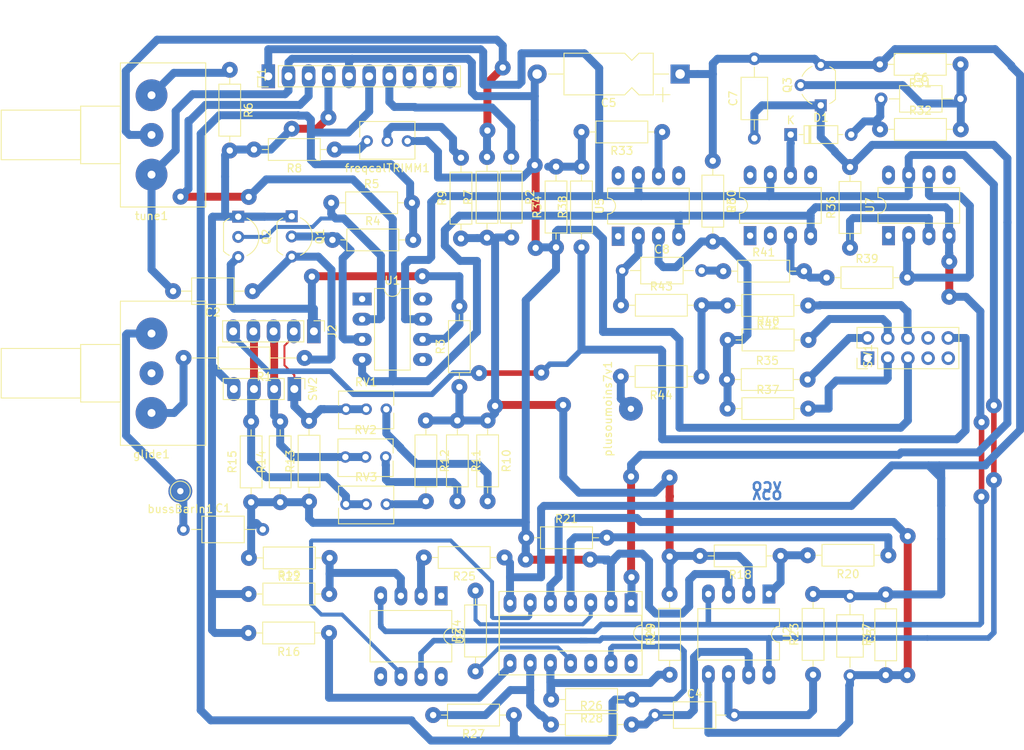
<source format=kicad_pcb>
(kicad_pcb (version 20171130) (host pcbnew "(5.1.2-1)-1")
  (layers (0 F.Cu signal) (31 B.Cu signal) (34 B.Paste user) (35 F.Paste user) (36 B.SilkS user) (37 F.SilkS user hide) (38 B.Mask user) (39 F.Mask user) (44 Edge.Cuts user))
  (net 0 "")
  (net 1 "Net-(C1-Pad1)")
  (net 2 GND)
  (net 3 "Net-(C2-Pad1)")
  (net 4 +3V8)
  (net 5 "Net-(C3-Pad2)")
  (net 6 "Net-(C4-Pad2)")
  (net 7 "Net-(C4-Pad1)")
  (net 8 "Net-(C6-Pad2)")
  (net 9 "Net-(C6-Pad1)")
  (net 10 "Net-(C7-Pad1)")
  (net 11 "Net-(C8-Pad1)")
  (net 12 "Net-(C8-Pad2)")
  (net 13 "Net-(D1-Pad1)")
  (net 14 "Net-(R9-Pad2)")
  (net 15 "Net-(R8-Pad1)")
  (net 16 "Net-(R1-Pad2)")
  (net 17 +15V)
  (net 18 -15V)
  (net 19 +7.5V)
  (net 20 -8V)
  (net 21 "Net-(J1-Pad7)")
  (net 22 "Net-(J2-Pad1)")
  (net 23 "Net-(J2-Pad2)")
  (net 24 "Net-(J2-Pad3)")
  (net 25 "Net-(J2-Pad4)")
  (net 26 "Net-(J2-Pad5)")
  (net 27 "Net-(R44-Pad2)")
  (net 28 "Net-(Q1-Pad2)")
  (net 29 "Net-(Q2-Pad2)")
  (net 30 "Net-(R10-Pad1)")
  (net 31 "Net-(R6-Pad1)")
  (net 32 "Net-(R7-Pad2)")
  (net 33 "Net-(R10-Pad2)")
  (net 34 "Net-(R11-Pad2)")
  (net 35 "Net-(R12-Pad2)")
  (net 36 "Net-(R16-Pad1)")
  (net 37 "Net-(R18-Pad1)")
  (net 38 "Net-(R19-Pad2)")
  (net 39 "Net-(R20-Pad1)")
  (net 40 "Net-(R24-Pad1)")
  (net 41 "Net-(R24-Pad2)")
  (net 42 "Net-(R25-Pad2)")
  (net 43 "Net-(R26-Pad1)")
  (net 44 "Net-(R28-Pad2)")
  (net 45 "Net-(R30-Pad2)")
  (net 46 "Net-(R33-Pad1)")
  (net 47 "Net-(R33-Pad2)")
  (net 48 "Net-(R35-Pad2)")
  (net 49 "Net-(R36-Pad1)")
  (net 50 "Net-(R37-Pad2)")
  (net 51 "Net-(R39-Pad1)")
  (net 52 "Net-(R39-Pad2)")
  (net 53 "Net-(R40-Pad2)")
  (net 54 "Net-(R42-Pad2)")
  (net 55 "Net-(R42-Pad1)")
  (net 56 "Net-(U3-Pad6)")
  (module Capacitor_THT:C_Axial_L5.1mm_D3.1mm_P10.00mm_Horizontal (layer F.Cu) (at 80.3656 156.0322)
    (fp_text reference C4 (at 5 -2.67) (layer F.SilkS))
    (fp_text value C)
    (pad 2 thru_hole oval (at 10 0) (size 1.6 1.6) (drill 0.8) (layers *.Cu *.Mask) (net 6 "Net-(C4-Pad2)"))
    (pad 1 thru_hole circle (at 0 0) (size 1.6 1.6) (drill 0.8) (layers *.Cu *.Mask) (net 7 "Net-(C4-Pad1)"))
  )
  (module Capacitor_THT:C_Axial_L5.1mm_D3.1mm_P10.00mm_Horizontal (layer F.Cu) (at 29.718 102.6668 180)
    (fp_text reference C2 (at 5 -2.67 180) (layer F.SilkS))
    (fp_text value C)
    (pad 2 thru_hole oval (at 10 0 180) (size 2 2) (drill 0.8) (layers *.Cu *.Mask) (net 2 GND))
    (pad 1 thru_hole circle (at 0 0 180) (size 2 2) (drill 0.8) (layers *.Cu *.Mask) (net 3 "Net-(C2-Pad1)"))
  )
  (module Resistor_THT:R_Axial_DIN0207_L6.3mm_D2.5mm_P15.24mm_Horizontal (layer F.Cu) (at 36.2712 111.0742 180)
    (fp_text reference R1 (at 5.08 -2.37) (layer F.SilkS))
    (fp_text value R_US)
    (pad 2 thru_hole oval (at 15.24 0 180) (size 2 2) (drill 0.8) (layers *.Cu *.Mask) (net 16 "Net-(R1-Pad2)"))
    (pad 1 thru_hole circle (at 0 0 180) (size 2 2) (drill 0.8) (layers *.Cu *.Mask) (net 3 "Net-(C2-Pad1)"))
  )
  (module Resistor_THT:R_Axial_DIN0207_L6.3mm_D2.5mm_P10.16mm_Horizontal (layer F.Cu) (at 99.6696 104.4702 180)
    (fp_text reference R42 (at 5.08 -2.37) (layer F.SilkS))
    (fp_text value R_US)
    (pad 2 thru_hole oval (at 10.16 0 180) (size 2 2) (drill 0.8) (layers *.Cu *.Mask) (net 54 "Net-(R42-Pad2)"))
    (pad 1 thru_hole circle (at 0 0 180) (size 2 2) (drill 0.8) (layers *.Cu *.Mask) (net 55 "Net-(R42-Pad1)"))
  )
  (module Resistor_THT:R_Axial_DIN0207_L6.3mm_D2.5mm_P10.16mm_Horizontal (layer F.Cu) (at 67.9196 97.155 90)
    (fp_text reference R34 (at 5.08 -2.37 90) (layer F.SilkS))
    (fp_text value R_US)
    (pad 2 thru_hole oval (at 10.16 0 90) (size 2 2) (drill 0.8) (layers *.Cu *.Mask) (net 47 "Net-(R33-Pad2)"))
    (pad 1 thru_hole circle (at 0 0 90) (size 2 2) (drill 0.8) (layers *.Cu *.Mask) (net 2 GND))
  )
  (module Resistor_THT:R_Axial_DIN0207_L6.3mm_D2.5mm_P10.16mm_Horizontal (layer F.Cu) (at 104.9274 97.2058 90)
    (fp_text reference R36 (at 5.08 -2.37 90) (layer F.SilkS))
    (fp_text value R_US)
    (pad 2 thru_hole oval (at 10.16 0 90) (size 2 2) (drill 0.8) (layers *.Cu *.Mask) (net 10 "Net-(C7-Pad1)"))
    (pad 1 thru_hole circle (at 0 0 90) (size 2 2) (drill 0.8) (layers *.Cu *.Mask) (net 49 "Net-(R36-Pad1)"))
  )
  (module Resistor_THT:R_Axial_DIN0207_L6.3mm_D2.5mm_P10.16mm_Horizontal (layer F.Cu) (at 39.7764 96.2152)
    (fp_text reference R4 (at 5.08 -2.37) (layer F.SilkS))
    (fp_text value R_US)
    (pad 1 thru_hole circle (at 0 0) (size 2 2) (drill 0.8) (layers *.Cu *.Mask) (net 28 "Net-(Q1-Pad2)"))
    (pad 2 thru_hole oval (at 10.16 0) (size 2 2) (drill 0.8) (layers *.Cu *.Mask) (net 20 -8V))
  )
  (module Package_TO_SOT_THT:TO-92_Inline_Wide (layer F.Cu) (at 27.9146 93.2942 270)
    (fp_text reference Q2 (at 2.54 -3.56 90) (layer F.SilkS))
    (fp_text value Q_NJFET_DSG)
    (pad 1 thru_hole rect (at 0 0 270) (size 1.5 1.5) (drill 0.8) (layers *.Cu *.Mask) (net 19 +7.5V))
    (pad 3 thru_hole circle (at 5.08 0 270) (size 1.5 1.5) (drill 0.8) (layers *.Cu *.Mask) (net 22 "Net-(J2-Pad1)"))
    (pad 2 thru_hole circle (at 2.54 0 270) (size 1.5 1.5) (drill 0.8) (layers *.Cu *.Mask) (net 29 "Net-(Q2-Pad2)"))
  )
  (module Connector_Pin:Pin_D1.0mm_L10.0mm (layer F.Cu) (at 20.6248 127.8382)
    (fp_text reference bussBarIn1 (at 0 2.25) (layer F.SilkS))
    (fp_text value MountingHole_Pad)
    (pad 1 thru_hole circle (at 0 0) (size 3 3) (drill 0.8) (layers *.Cu *.Mask) (net 1 "Net-(C1-Pad1)"))
  )
  (module Capacitor_THT:C_Axial_L5.1mm_D3.1mm_P10.00mm_Horizontal (layer F.Cu) (at 21.0058 132.6642)
    (fp_text reference C1 (at 5 -2.67) (layer F.SilkS))
    (fp_text value C)
    (pad 1 thru_hole circle (at 0 0) (size 1.6 1.6) (drill 0.8) (layers *.Cu *.Mask) (net 1 "Net-(C1-Pad1)"))
    (pad 2 thru_hole oval (at 10 0) (size 1.6 1.6) (drill 0.8) (layers *.Cu *.Mask) (net 2 GND))
  )
  (module Capacitor_THT:C_Axial_L5.1mm_D3.1mm_P10.00mm_Horizontal (layer F.Cu) (at 104.9274 141.0716 270)
    (fp_text reference C3 (at 5 -2.67 90) (layer F.SilkS))
    (fp_text value C)
    (pad 1 thru_hole circle (at 0 0 270) (size 1.6 1.6) (drill 0.8) (layers *.Cu *.Mask) (net 4 +3V8))
    (pad 2 thru_hole oval (at 10 0 270) (size 1.6 1.6) (drill 0.8) (layers *.Cu *.Mask) (net 5 "Net-(C3-Pad2)"))
  )
  (module Capacitor_THT:CP_Axial_L11.0mm_D5.0mm_P18.00mm_Horizontal (layer F.Cu) (at 83.5406 75.3364 180)
    (fp_text reference C5 (at 9 -3.62) (layer F.SilkS))
    (fp_text value C_Polarized)
    (pad 1 thru_hole rect (at 0 0 180) (size 2.4 2.4) (drill 1.2) (layers *.Cu *.Mask) (net 4 +3V8))
    (pad 2 thru_hole oval (at 18 0 180) (size 2.4 2.4) (drill 1.2) (layers *.Cu *.Mask) (net 2 GND))
  )
  (module Capacitor_THT:C_Axial_L5.1mm_D3.1mm_P10.00mm_Horizontal (layer F.Cu) (at 108.839 78.4606)
    (fp_text reference C6 (at 5 -2.67) (layer F.SilkS))
    (fp_text value C)
    (pad 2 thru_hole oval (at 10 0) (size 1.6 1.6) (drill 0.8) (layers *.Cu *.Mask) (net 8 "Net-(C6-Pad2)"))
    (pad 1 thru_hole circle (at 0 0) (size 1.6 1.6) (drill 0.8) (layers *.Cu *.Mask) (net 9 "Net-(C6-Pad1)"))
  )
  (module Capacitor_THT:C_Axial_L5.1mm_D3.1mm_P10.00mm_Horizontal (layer F.Cu) (at 92.8878 83.4136 90)
    (fp_text reference C7 (at 5 -2.67 90) (layer F.SilkS))
    (fp_text value C)
    (pad 1 thru_hole circle (at 0 0 90) (size 1.6 1.6) (drill 0.8) (layers *.Cu *.Mask) (net 10 "Net-(C7-Pad1)"))
    (pad 2 thru_hole oval (at 10 0 90) (size 1.6 1.6) (drill 0.8) (layers *.Cu *.Mask) (net 4 +3V8))
  )
  (module Capacitor_THT:C_Axial_L5.1mm_D3.1mm_P10.00mm_Horizontal (layer F.Cu) (at 76.2508 100.076)
    (fp_text reference C8 (at 5 -2.67) (layer F.SilkS))
    (fp_text value C)
    (pad 1 thru_hole circle (at 0 0) (size 1.6 1.6) (drill 0.8) (layers *.Cu *.Mask) (net 11 "Net-(C8-Pad1)"))
    (pad 2 thru_hole oval (at 10 0) (size 1.6 1.6) (drill 0.8) (layers *.Cu *.Mask) (net 12 "Net-(C8-Pad2)"))
  )
  (module Diode_THT:D_DO-35_SOD27_P7.62mm_Horizontal (layer F.Cu) (at 97.4598 82.9564)
    (fp_text reference D1 (at 3.81 -2.12) (layer F.SilkS))
    (fp_text value 1N4148)
    (fp_text user K (at 0 -1.8) (layer F.SilkS))
    (pad 1 thru_hole rect (at 0 0) (size 1.6 1.6) (drill 0.8) (layers *.Cu *.Mask) (net 13 "Net-(D1-Pad1)"))
    (pad 2 thru_hole oval (at 7.62 0) (size 1.6 1.6) (drill 0.8) (layers *.Cu *.Mask) (net 9 "Net-(C6-Pad1)"))
  )
  (module Potentiometer_THT:Potentiometer_Bourns_3266Y_Vertical (layer F.Cu) (at 44.1452 83.7692 180)
    (fp_text reference freqcalTRIMM1 (at -2.54 -3.41) (layer F.SilkS))
    (fp_text value R_Potentiometer_Trim)
    (pad 3 thru_hole circle (at -5.08 0 180) (size 1.44 1.44) (drill 0.8) (layers *.Cu *.Mask) (net 2 GND))
    (pad 2 thru_hole circle (at -2.54 0 180) (size 1.44 1.44) (drill 0.8) (layers *.Cu *.Mask) (net 14 "Net-(R9-Pad2)"))
    (pad 1 thru_hole circle (at 0 0 180) (size 1.44 1.44) (drill 0.8) (layers *.Cu *.Mask) (net 15 "Net-(R8-Pad1)"))
  )
  (module Potentiometer_THT:Potentiometer_Alps_RK163_Single_Horizontal (layer F.Cu) (at 17 108 180)
    (fp_text reference glide1 (at 0 -15.2) (layer F.SilkS))
    (fp_text value R_Potentiometer)
    (pad 3 thru_hole circle (at 0 -10 180) (size 4 4) (drill 1) (layers *.Cu *.Mask F.Adhes) (net 16 "Net-(R1-Pad2)"))
    (pad 2 thru_hole circle (at 0 -5 180) (size 3 3) (drill 1) (layers *.Cu *.Mask))
    (pad 1 thru_hole circle (at 0 0 180) (size 4 4) (drill 1) (layers *.Cu *.Mask) (net 1 "Net-(C1-Pad1)"))
  )
  (module Connector_PinHeader_2.54mm:PinHeader_1x10_P2.54mm_Vertical (layer F.Cu) (at 31.6992 75.6158 90)
    (fp_text reference J1 (at 0.206999 -0.834401 90) (layer F.SilkS))
    (fp_text value Conn_01x10_MountingPin)
    (pad 1 thru_hole rect (at 0 0 90) (size 3 1.7) (drill 1) (layers *.Cu *.Mask) (net 17 +15V))
    (pad 2 thru_hole oval (at 0 2.54 90) (size 3 1.7) (drill 1) (layers *.Cu *.Mask) (net 2 GND))
    (pad 3 thru_hole oval (at 0 5.08 90) (size 3 1.7) (drill 1) (layers *.Cu *.Mask) (net 18 -15V))
    (pad 4 thru_hole oval (at 0 7.62 90) (size 3 1.7) (drill 1) (layers *.Cu *.Mask) (net 19 +7.5V))
    (pad 5 thru_hole oval (at 0 10.16 90) (size 3 1.7) (drill 1) (layers *.Cu *.Mask) (net 2 GND))
    (pad 6 thru_hole oval (at 0 12.7 90) (size 3 1.7) (drill 1) (layers *.Cu *.Mask) (net 20 -8V))
    (pad 7 thru_hole oval (at 0 15.24 90) (size 3 1.7) (drill 1) (layers *.Cu *.Mask) (net 21 "Net-(J1-Pad7)"))
    (pad 8 thru_hole oval (at 0 17.78 90) (size 3 1.7) (drill 1) (layers *.Cu *.Mask))
    (pad 9 thru_hole oval (at 0 20.32 90) (size 3 1.7) (drill 1) (layers *.Cu *.Mask))
    (pad 10 thru_hole oval (at 0 22.86 90) (size 3 1.7) (drill 1) (layers *.Cu *.Mask))
  )
  (module Connector_PinHeader_2.54mm:PinHeader_1x05_P2.54mm_Vertical (layer F.Cu) (at 37.4396 107.7214 270)
    (fp_text reference J2 (at 0 -2.33 90) (layer F.SilkS))
    (fp_text value Conn_01x05_MountingPin)
    (pad 1 thru_hole rect (at 0 0 270) (size 3 1.7) (drill 1) (layers *.Cu *.Mask) (net 22 "Net-(J2-Pad1)"))
    (pad 2 thru_hole oval (at 0 2.54 270) (size 3 1.7) (drill 1) (layers *.Cu *.Mask) (net 23 "Net-(J2-Pad2)"))
    (pad 3 thru_hole oval (at 0 5.08 270) (size 3 1.7) (drill 1) (layers *.Cu *.Mask) (net 24 "Net-(J2-Pad3)"))
    (pad 4 thru_hole oval (at 0 7.62 270) (size 3 1.7) (drill 1) (layers *.Cu *.Mask) (net 25 "Net-(J2-Pad4)"))
    (pad 5 thru_hole oval (at 0 10.16 270) (size 3 1.7) (drill 1) (layers *.Cu *.Mask) (net 26 "Net-(J2-Pad5)"))
  )
  (module MountingHole:MountingHole_2.2mm_M2_DIN965_Pad (layer F.Cu) (at 77.343 117.475 90)
    (fp_text reference plusoumoins7v1 (at 0 -2.9 90) (layer F.SilkS))
    (fp_text value MountingHole_Pad)
    (pad 1 thru_hole circle (at 0 0 90) (size 3 3) (drill 0.8) (layers *.Cu *.Mask) (net 27 "Net-(R44-Pad2)"))
  )
  (module Package_TO_SOT_THT:TO-92_Wide (layer F.Cu) (at 101.2444 79.2734 90)
    (fp_text reference Q3 (at 2.55 -4.19 90) (layer F.SilkS))
    (fp_text value BC307)
    (pad 2 thru_hole circle (at 2.54 -2.54 90) (size 1.5 1.5) (drill 0.8) (layers *.Cu *.Mask) (net 8 "Net-(C6-Pad2)"))
    (pad 3 thru_hole circle (at 5.08 0 90) (size 1.5 1.5) (drill 0.8) (layers *.Cu *.Mask) (net 4 +3V8))
    (pad 1 thru_hole rect (at 0 0 90) (size 1.5 1.5) (drill 0.8) (layers *.Cu *.Mask) (net 10 "Net-(C7-Pad1)"))
  )
  (module Resistor_THT:R_Axial_DIN0207_L6.3mm_D2.5mm_P10.16mm_Horizontal (layer F.Cu) (at 62.2808 85.7504 270)
    (fp_text reference R2 (at 5.08 -2.37 90) (layer F.SilkS))
    (fp_text value R_US)
    (pad 1 thru_hole circle (at 0 0 270) (size 2 2) (drill 0.8) (layers *.Cu *.Mask) (net 21 "Net-(J1-Pad7)"))
    (pad 2 thru_hole oval (at 10.16 0 270) (size 2 2) (drill 0.8) (layers *.Cu *.Mask) (net 30 "Net-(R10-Pad1)"))
  )
  (module Resistor_THT:R_Axial_DIN0207_L6.3mm_D2.5mm_P10.16mm_Horizontal (layer F.Cu) (at 55.753 114.7318 90)
    (fp_text reference R3 (at 5.08 -2.37 90) (layer F.SilkS))
    (fp_text value R_US)
    (pad 1 thru_hole circle (at 0 0 90) (size 2 2) (drill 0.8) (layers *.Cu *.Mask) (net 30 "Net-(R10-Pad1)"))
    (pad 2 thru_hole oval (at 10.16 0 90) (size 2 2) (drill 0.8) (layers *.Cu *.Mask) (net 22 "Net-(J2-Pad1)"))
  )
  (module Resistor_THT:R_Axial_DIN0207_L6.3mm_D2.5mm_P10.16mm_Horizontal (layer F.Cu) (at 39.624 91.5416)
    (fp_text reference R5 (at 5.08 -2.37) (layer F.SilkS))
    (fp_text value R_US)
    (pad 1 thru_hole circle (at 0 0) (size 2 2) (drill 0.8) (layers *.Cu *.Mask) (net 29 "Net-(Q2-Pad2)"))
    (pad 2 thru_hole oval (at 10.16 0) (size 2 2) (drill 0.8) (layers *.Cu *.Mask) (net 20 -8V))
  )
  (module Resistor_THT:R_Axial_DIN0207_L6.3mm_D2.5mm_P10.16mm_Horizontal (layer F.Cu) (at 26.8478 74.803 270)
    (fp_text reference R6 (at 5.08 -2.37 90) (layer F.SilkS))
    (fp_text value R_US)
    (pad 1 thru_hole circle (at 0 0 270) (size 2 2) (drill 0.8) (layers *.Cu *.Mask) (net 31 "Net-(R6-Pad1)"))
    (pad 2 thru_hole oval (at 10.16 0 270) (size 2 2) (drill 0.8) (layers *.Cu *.Mask) (net 19 +7.5V))
  )
  (module Resistor_THT:R_Axial_DIN0207_L6.3mm_D2.5mm_P10.16mm_Horizontal (layer F.Cu) (at 59.2328 95.9358 90)
    (fp_text reference R7 (at 5.08 -2.37 90) (layer F.SilkS))
    (fp_text value R_US)
    (pad 2 thru_hole oval (at 10.16 0 90) (size 2 2) (drill 0.8) (layers *.Cu *.Mask) (net 32 "Net-(R7-Pad2)"))
    (pad 1 thru_hole circle (at 0 0 90) (size 2 2) (drill 0.8) (layers *.Cu *.Mask) (net 30 "Net-(R10-Pad1)"))
  )
  (module Resistor_THT:R_Axial_DIN0207_L6.3mm_D2.5mm_P10.16mm_Horizontal (layer F.Cu) (at 40.0558 84.836 180)
    (fp_text reference R8 (at 5.08 -2.37) (layer F.SilkS))
    (fp_text value R_US)
    (pad 1 thru_hole circle (at 0 0 180) (size 2 2) (drill 0.8) (layers *.Cu *.Mask) (net 15 "Net-(R8-Pad1)"))
    (pad 2 thru_hole oval (at 10.16 0 180) (size 2 2) (drill 0.8) (layers *.Cu *.Mask) (net 19 +7.5V))
  )
  (module Resistor_THT:R_Axial_DIN0207_L6.3mm_D2.5mm_P10.16mm_Horizontal (layer F.Cu) (at 55.9562 96.0374 90)
    (fp_text reference R9 (at 5.08 -2.37 90) (layer F.SilkS))
    (fp_text value R_US)
    (pad 2 thru_hole oval (at 10.16 0 90) (size 2 2) (drill 0.8) (layers *.Cu *.Mask) (net 14 "Net-(R9-Pad2)"))
    (pad 1 thru_hole circle (at 0 0 90) (size 2 2) (drill 0.8) (layers *.Cu *.Mask) (net 30 "Net-(R10-Pad1)"))
  )
  (module Resistor_THT:R_Axial_DIN0207_L6.3mm_D2.5mm_P10.16mm_Horizontal (layer F.Cu) (at 59.309 118.9482 270)
    (fp_text reference R10 (at 5.08 -2.37 90) (layer F.SilkS))
    (fp_text value R_US)
    (pad 2 thru_hole oval (at 10.16 0 270) (size 2 2) (drill 0.8) (layers *.Cu *.Mask) (net 33 "Net-(R10-Pad2)"))
    (pad 1 thru_hole circle (at 0 0 270) (size 2 2) (drill 0.8) (layers *.Cu *.Mask) (net 30 "Net-(R10-Pad1)"))
  )
  (module Resistor_THT:R_Axial_DIN0207_L6.3mm_D2.5mm_P10.16mm_Horizontal (layer F.Cu) (at 55.499 118.9482 270)
    (fp_text reference R11 (at 5.08 -2.37 90) (layer F.SilkS))
    (fp_text value R_US)
    (pad 2 thru_hole oval (at 10.16 0 270) (size 2 2) (drill 0.8) (layers *.Cu *.Mask) (net 34 "Net-(R11-Pad2)"))
    (pad 1 thru_hole circle (at 0 0 270) (size 2 2) (drill 0.8) (layers *.Cu *.Mask) (net 30 "Net-(R10-Pad1)"))
  )
  (module Resistor_THT:R_Axial_DIN0207_L6.3mm_D2.5mm_P10.16mm_Horizontal (layer F.Cu) (at 51.5366 118.9482 270)
    (fp_text reference R12 (at 5.08 -2.37 90) (layer F.SilkS))
    (fp_text value R_US)
    (pad 2 thru_hole oval (at 10.16 0 270) (size 2 2) (drill 0.8) (layers *.Cu *.Mask) (net 35 "Net-(R12-Pad2)"))
    (pad 1 thru_hole circle (at 0 0 270) (size 2 2) (drill 0.8) (layers *.Cu *.Mask) (net 30 "Net-(R10-Pad1)"))
  )
  (module Resistor_THT:R_Axial_DIN0207_L6.3mm_D2.5mm_P10.16mm_Horizontal (layer F.Cu) (at 36.83 129.159 90)
    (fp_text reference R13 (at 5.08 -2.37 90) (layer F.SilkS))
    (fp_text value R_US)
    (pad 1 thru_hole circle (at 0 0 90) (size 2 2) (drill 0.8) (layers *.Cu *.Mask) (net 2 GND))
    (pad 2 thru_hole oval (at 10.16 0 90) (size 2 2) (drill 0.8) (layers *.Cu *.Mask) (net 23 "Net-(J2-Pad2)"))
  )
  (module Resistor_THT:R_Axial_DIN0207_L6.3mm_D2.5mm_P10.16mm_Horizontal (layer F.Cu) (at 33.1978 129.2352 90)
    (fp_text reference R14 (at 5.08 -2.37 90) (layer F.SilkS))
    (fp_text value R_US)
    (pad 2 thru_hole oval (at 10.16 0 90) (size 2 2) (drill 0.8) (layers *.Cu *.Mask) (net 24 "Net-(J2-Pad3)"))
    (pad 1 thru_hole circle (at 0 0 90) (size 2 2) (drill 0.8) (layers *.Cu *.Mask) (net 2 GND))
  )
  (module Resistor_THT:R_Axial_DIN0207_L6.3mm_D2.5mm_P10.16mm_Horizontal (layer F.Cu) (at 29.5402 129.2352 90)
    (fp_text reference R15 (at 5.08 -2.37 90) (layer F.SilkS))
    (fp_text value R_US)
    (pad 2 thru_hole oval (at 10.16 0 90) (size 2 2) (drill 0.8) (layers *.Cu *.Mask) (net 25 "Net-(J2-Pad4)"))
    (pad 1 thru_hole circle (at 0 0 90) (size 2 2) (drill 0.8) (layers *.Cu *.Mask) (net 2 GND))
  )
  (module Resistor_THT:R_Axial_DIN0207_L6.3mm_D2.5mm_P10.16mm_Horizontal (layer F.Cu) (at 39.3446 145.6944 180)
    (fp_text reference R16 (at 5.08 -2.37) (layer F.SilkS))
    (fp_text value R_US)
    (pad 2 thru_hole oval (at 10.16 0 180) (size 2 2) (drill 0.8) (layers *.Cu *.Mask) (net 19 +7.5V))
    (pad 1 thru_hole circle (at 0 0 180) (size 2 2) (drill 0.8) (layers *.Cu *.Mask) (net 36 "Net-(R16-Pad1)"))
  )
  (module Resistor_THT:R_Axial_DIN0207_L6.3mm_D2.5mm_P10.16mm_Horizontal (layer F.Cu) (at 109.4232 151.003 90)
    (fp_text reference R17 (at 5.08 -2.37 90) (layer F.SilkS))
    (fp_text value R_US)
    (pad 2 thru_hole oval (at 10.16 0 90) (size 2 2) (drill 0.8) (layers *.Cu *.Mask) (net 4 +3V8))
    (pad 1 thru_hole circle (at 0 0 90) (size 2 2) (drill 0.8) (layers *.Cu *.Mask) (net 5 "Net-(C3-Pad2)"))
  )
  (module Resistor_THT:R_Axial_DIN0207_L6.3mm_D2.5mm_P10.16mm_Horizontal (layer F.Cu) (at 96.1898 135.9916 180)
    (fp_text reference R18 (at 5.08 -2.37) (layer F.SilkS))
    (fp_text value R_US)
    (pad 2 thru_hole oval (at 10.16 0 180) (size 2 2) (drill 0.8) (layers *.Cu *.Mask) (net 30 "Net-(R10-Pad1)"))
    (pad 1 thru_hole circle (at 0 0 180) (size 2 2) (drill 0.8) (layers *.Cu *.Mask) (net 37 "Net-(R18-Pad1)"))
  )
  (module Resistor_THT:R_Axial_DIN0207_L6.3mm_D2.5mm_P10.16mm_Horizontal (layer F.Cu) (at 29.21 140.7922)
    (fp_text reference R19 (at 5.08 -2.37) (layer F.SilkS))
    (fp_text value R_US)
    (pad 1 thru_hole circle (at 0 0) (size 2 2) (drill 0.8) (layers *.Cu *.Mask) (net 19 +7.5V))
    (pad 2 thru_hole oval (at 10.16 0) (size 2 2) (drill 0.8) (layers *.Cu *.Mask) (net 38 "Net-(R19-Pad2)"))
  )
  (module Resistor_THT:R_Axial_DIN0207_L6.3mm_D2.5mm_P10.16mm_Horizontal (layer F.Cu) (at 109.7534 135.9154 180)
    (fp_text reference R20 (at 5.08 -2.37) (layer F.SilkS))
    (fp_text value R_US)
    (pad 1 thru_hole circle (at 0 0 180) (size 2 2) (drill 0.8) (layers *.Cu *.Mask) (net 39 "Net-(R20-Pad1)"))
    (pad 2 thru_hole oval (at 10.16 0 180) (size 2 2) (drill 0.8) (layers *.Cu *.Mask) (net 37 "Net-(R18-Pad1)"))
  )
  (module Resistor_THT:R_Axial_DIN0207_L6.3mm_D2.5mm_P10.16mm_Horizontal (layer F.Cu) (at 64.1604 133.7056)
    (fp_text reference R21 (at 5.08 -2.37) (layer F.SilkS))
    (fp_text value R_US)
    (pad 2 thru_hole oval (at 10.16 0) (size 2 2) (drill 0.8) (layers *.Cu *.Mask) (net 39 "Net-(R20-Pad1)"))
    (pad 1 thru_hole circle (at 0 0) (size 2 2) (drill 0.8) (layers *.Cu *.Mask) (net 2 GND))
  )
  (module Resistor_THT:R_Axial_DIN0207_L6.3mm_D2.5mm_P10.16mm_Horizontal (layer F.Cu) (at 39.4208 136.2456 180)
    (fp_text reference R22 (at 5.08 -2.37) (layer F.SilkS))
    (fp_text value R_US)
    (pad 1 thru_hole circle (at 0 0 180) (size 2 2) (drill 0.8) (layers *.Cu *.Mask) (net 38 "Net-(R19-Pad2)"))
    (pad 2 thru_hole oval (at 10.16 0 180) (size 2 2) (drill 0.8) (layers *.Cu *.Mask) (net 2 GND))
  )
  (module Resistor_THT:R_Axial_DIN0207_L6.3mm_D2.5mm_P10.16mm_Horizontal (layer F.Cu) (at 100.2792 150.9522 90)
    (fp_text reference R23 (at 5.08 -2.37 90) (layer F.SilkS))
    (fp_text value R_US)
    (pad 2 thru_hole oval (at 10.16 0 90) (size 2 2) (drill 0.8) (layers *.Cu *.Mask) (net 4 +3V8))
    (pad 1 thru_hole circle (at 0 0 90) (size 2 2) (drill 0.8) (layers *.Cu *.Mask) (net 6 "Net-(C4-Pad2)"))
  )
  (module Resistor_THT:R_Axial_DIN0207_L6.3mm_D2.5mm_P10.16mm_Horizontal (layer F.Cu) (at 57.785 150.5204 90)
    (fp_text reference R24 (at 5.08 -2.37 90) (layer F.SilkS))
    (fp_text value R_US)
    (pad 1 thru_hole circle (at 0 0 90) (size 2 2) (drill 0.8) (layers *.Cu *.Mask) (net 40 "Net-(R24-Pad1)"))
    (pad 2 thru_hole oval (at 10.16 0 90) (size 2 2) (drill 0.8) (layers *.Cu *.Mask) (net 41 "Net-(R24-Pad2)"))
  )
  (module Resistor_THT:R_Axial_DIN0207_L6.3mm_D2.5mm_P10.16mm_Horizontal (layer F.Cu) (at 61.4426 136.1948 180)
    (fp_text reference R25 (at 5.08 -2.37) (layer F.SilkS))
    (fp_text value R_US)
    (pad 1 thru_hole circle (at 0 0 180) (size 2 2) (drill 0.8) (layers *.Cu *.Mask) (net 4 +3V8))
    (pad 2 thru_hole oval (at 10.16 0 180) (size 2 2) (drill 0.8) (layers *.Cu *.Mask) (net 42 "Net-(R25-Pad2)"))
  )
  (module Resistor_THT:R_Axial_DIN0207_L6.3mm_D2.5mm_P10.16mm_Horizontal (layer F.Cu) (at 67.2846 157.226)
    (fp_text reference R26 (at 5.08 -2.37) (layer F.SilkS))
    (fp_text value R_US)
    (pad 1 thru_hole circle (at 0 0) (size 2 2) (drill 0.8) (layers *.Cu *.Mask) (net 43 "Net-(R26-Pad1)"))
    (pad 2 thru_hole oval (at 10.16 0) (size 2 2) (drill 0.8) (layers *.Cu *.Mask) (net 7 "Net-(C4-Pad1)"))
  )
  (module Resistor_THT:R_Axial_DIN0207_L6.3mm_D2.5mm_P10.16mm_Horizontal (layer F.Cu) (at 62.611 156.0322 180)
    (fp_text reference R27 (at 5.08 -2.37) (layer F.SilkS))
    (fp_text value R_US)
    (pad 1 thru_hole circle (at 0 0 180) (size 2 2) (drill 0.8) (layers *.Cu *.Mask) (net 20 -8V))
    (pad 2 thru_hole oval (at 10.16 0 180) (size 2 2) (drill 0.8) (layers *.Cu *.Mask) (net 43 "Net-(R26-Pad1)"))
  )
  (module Resistor_THT:R_Axial_DIN0207_L6.3mm_D2.5mm_P10.16mm_Horizontal (layer F.Cu) (at 77.47 154.0764 180)
    (fp_text reference R28 (at 5.08 -2.37) (layer F.SilkS))
    (fp_text value R_US)
    (pad 2 thru_hole oval (at 10.16 0 180) (size 2 2) (drill 0.8) (layers *.Cu *.Mask) (net 44 "Net-(R28-Pad2)"))
    (pad 1 thru_hole circle (at 0 0 180) (size 2 2) (drill 0.8) (layers *.Cu *.Mask) (net 20 -8V))
  )
  (module Resistor_THT:R_Axial_DIN0207_L6.3mm_D2.5mm_P10.16mm_Horizontal (layer F.Cu) (at 82.2198 150.9522 90)
    (fp_text reference R29 (at 5.08 -2.37 90) (layer F.SilkS))
    (fp_text value R_US)
    (pad 2 thru_hole oval (at 10.16 0 90) (size 2 2) (drill 0.8) (layers *.Cu *.Mask) (net 30 "Net-(R10-Pad1)"))
    (pad 1 thru_hole circle (at 0 0 90) (size 2 2) (drill 0.8) (layers *.Cu *.Mask) (net 44 "Net-(R28-Pad2)"))
  )
  (module Resistor_THT:R_Axial_DIN0207_L6.3mm_D2.5mm_P10.16mm_Horizontal (layer F.Cu) (at 87.6554 86.2584 270)
    (fp_text reference R30 (at 5.08 -2.37 90) (layer F.SilkS))
    (fp_text value R_US)
    (pad 2 thru_hole oval (at 10.16 0 270) (size 2 2) (drill 0.8) (layers *.Cu *.Mask) (net 45 "Net-(R30-Pad2)"))
    (pad 1 thru_hole circle (at 0 0 270) (size 2 2) (drill 0.8) (layers *.Cu *.Mask) (net 4 +3V8))
  )
  (module Resistor_THT:R_Axial_DIN0207_L6.3mm_D2.5mm_P10.16mm_Horizontal (layer F.Cu) (at 118.8466 74.1172 180)
    (fp_text reference R31 (at 5.08 -2.37) (layer F.SilkS))
    (fp_text value R_US)
    (pad 1 thru_hole circle (at 0 0 180) (size 2 2) (drill 0.8) (layers *.Cu *.Mask) (net 8 "Net-(C6-Pad2)"))
    (pad 2 thru_hole oval (at 10.16 0 180) (size 2 2) (drill 0.8) (layers *.Cu *.Mask) (net 4 +3V8))
  )
  (module Resistor_THT:R_Axial_DIN0207_L6.3mm_D2.5mm_P10.16mm_Horizontal (layer F.Cu) (at 108.712 82.296)
    (fp_text reference R32 (at 5.08 -2.37) (layer F.SilkS))
    (fp_text value R_US)
    (pad 2 thru_hole oval (at 10.16 0) (size 2 2) (drill 0.8) (layers *.Cu *.Mask) (net 8 "Net-(C6-Pad2)"))
    (pad 1 thru_hole circle (at 0 0) (size 2 2) (drill 0.8) (layers *.Cu *.Mask) (net 9 "Net-(C6-Pad1)"))
  )
  (module Resistor_THT:R_Axial_DIN0207_L6.3mm_D2.5mm_P10.16mm_Horizontal (layer F.Cu) (at 81.28 82.6262 180)
    (fp_text reference R33 (at 5.08 -2.37) (layer F.SilkS))
    (fp_text value R_US)
    (pad 1 thru_hole circle (at 0 0 180) (size 2 2) (drill 0.8) (layers *.Cu *.Mask) (net 46 "Net-(R33-Pad1)"))
    (pad 2 thru_hole oval (at 10.16 0 180) (size 2 2) (drill 0.8) (layers *.Cu *.Mask) (net 47 "Net-(R33-Pad2)"))
  )
  (module Resistor_THT:R_Axial_DIN0207_L6.3mm_D2.5mm_P10.16mm_Horizontal (layer F.Cu) (at 89.4334 113.792)
    (fp_text reference R35 (at 5.08 -2.37) (layer F.SilkS))
    (fp_text value R_US)
    (pad 1 thru_hole circle (at 0 0) (size 2 2) (drill 0.8) (layers *.Cu *.Mask) (net 45 "Net-(R30-Pad2)"))
    (pad 2 thru_hole oval (at 10.16 0) (size 2 2) (drill 0.8) (layers *.Cu *.Mask) (net 48 "Net-(R35-Pad2)"))
  )
  (module Resistor_THT:R_Axial_DIN0207_L6.3mm_D2.5mm_P10.16mm_Horizontal (layer F.Cu) (at 89.5096 117.4496)
    (fp_text reference R37 (at 5.08 -2.37) (layer F.SilkS))
    (fp_text value R_US)
    (pad 2 thru_hole oval (at 10.16 0) (size 2 2) (drill 0.8) (layers *.Cu *.Mask) (net 50 "Net-(R37-Pad2)"))
    (pad 1 thru_hole circle (at 0 0) (size 2 2) (drill 0.8) (layers *.Cu *.Mask) (net 45 "Net-(R30-Pad2)"))
  )
  (module Resistor_THT:R_Axial_DIN0207_L6.3mm_D2.5mm_P10.16mm_Horizontal (layer F.Cu) (at 71.12 97.155 90)
    (fp_text reference R38 (at 5.08 -2.37 90) (layer F.SilkS))
    (fp_text value R_US)
    (pad 1 thru_hole circle (at 0 0 90) (size 2 2) (drill 0.8) (layers *.Cu *.Mask) (net 26 "Net-(J2-Pad5)"))
    (pad 2 thru_hole oval (at 10.16 0 90) (size 2 2) (drill 0.8) (layers *.Cu *.Mask) (net 47 "Net-(R33-Pad2)"))
  )
  (module Resistor_THT:R_Axial_DIN0207_L6.3mm_D2.5mm_P10.16mm_Horizontal (layer F.Cu) (at 101.981 100.965)
    (fp_text reference R39 (at 5.08 -2.37) (layer F.SilkS))
    (fp_text value R_US)
    (pad 1 thru_hole circle (at 0 0) (size 2 2) (drill 0.8) (layers *.Cu *.Mask) (net 51 "Net-(R39-Pad1)"))
    (pad 2 thru_hole oval (at 10.16 0) (size 2 2) (drill 0.8) (layers *.Cu *.Mask) (net 52 "Net-(R39-Pad2)"))
  )
  (module Resistor_THT:R_Axial_DIN0207_L6.3mm_D2.5mm_P10.16mm_Horizontal (layer F.Cu) (at 89.535 108.8136)
    (fp_text reference R40 (at 5.08 -2.37) (layer F.SilkS))
    (fp_text value R_US)
    (pad 1 thru_hole circle (at 0 0) (size 2 2) (drill 0.8) (layers *.Cu *.Mask) (net 45 "Net-(R30-Pad2)"))
    (pad 2 thru_hole oval (at 10.16 0) (size 2 2) (drill 0.8) (layers *.Cu *.Mask) (net 53 "Net-(R40-Pad2)"))
  )
  (module Resistor_THT:R_Axial_DIN0207_L6.3mm_D2.5mm_P10.16mm_Horizontal (layer F.Cu) (at 88.9762 100.1522)
    (fp_text reference R41 (at 5.08 -2.37) (layer F.SilkS))
    (fp_text value R_US)
    (pad 2 thru_hole oval (at 10.16 0) (size 2 2) (drill 0.8) (layers *.Cu *.Mask) (net 51 "Net-(R39-Pad1)"))
    (pad 1 thru_hole circle (at 0 0) (size 2 2) (drill 0.8) (layers *.Cu *.Mask) (net 12 "Net-(C8-Pad2)"))
  )
  (module Resistor_THT:R_Axial_DIN0207_L6.3mm_D2.5mm_P10.16mm_Horizontal (layer F.Cu) (at 76.0984 104.4448)
    (fp_text reference R43 (at 5.08 -2.37) (layer F.SilkS))
    (fp_text value R_US)
    (pad 1 thru_hole circle (at 0 0) (size 2 2) (drill 0.8) (layers *.Cu *.Mask) (net 11 "Net-(C8-Pad1)"))
    (pad 2 thru_hole oval (at 10.16 0) (size 2 2) (drill 0.8) (layers *.Cu *.Mask) (net 54 "Net-(R42-Pad2)"))
  )
  (module Resistor_THT:R_Axial_DIN0207_L6.3mm_D2.5mm_P10.16mm_Horizontal (layer F.Cu) (at 86.233 113.411 180)
    (fp_text reference R44 (at 5.08 -2.37) (layer F.SilkS))
    (fp_text value R_US)
    (pad 1 thru_hole circle (at 0 0 180) (size 2 2) (drill 0.8) (layers *.Cu *.Mask) (net 54 "Net-(R42-Pad2)"))
    (pad 2 thru_hole oval (at 10.16 0 180) (size 2 2) (drill 0.8) (layers *.Cu *.Mask) (net 27 "Net-(R44-Pad2)"))
  )
  (module Potentiometer_THT:Potentiometer_Bourns_3266Y_Vertical (layer F.Cu) (at 46.5582 117.5258)
    (fp_text reference RV1 (at -2.54 -3.41) (layer F.SilkS))
    (fp_text value R_Potentiometer_Trim)
    (pad 1 thru_hole circle (at 0 0) (size 1.44 1.44) (drill 0.8) (layers *.Cu *.Mask) (net 33 "Net-(R10-Pad2)"))
    (pad 2 thru_hole circle (at -2.54 0) (size 1.44 1.44) (drill 0.8) (layers *.Cu *.Mask) (net 23 "Net-(J2-Pad2)"))
    (pad 3 thru_hole circle (at -5.08 0) (size 1.44 1.44) (drill 0.8) (layers *.Cu *.Mask) (net 23 "Net-(J2-Pad2)"))
  )
  (module Potentiometer_THT:Potentiometer_Bourns_3266Y_Vertical (layer F.Cu) (at 46.482 123.5456)
    (fp_text reference RV2 (at -2.54 -3.41) (layer F.SilkS))
    (fp_text value R_Potentiometer_Trim)
    (pad 1 thru_hole circle (at 0 0) (size 1.44 1.44) (drill 0.8) (layers *.Cu *.Mask) (net 34 "Net-(R11-Pad2)"))
    (pad 2 thru_hole circle (at -2.54 0) (size 1.44 1.44) (drill 0.8) (layers *.Cu *.Mask) (net 24 "Net-(J2-Pad3)"))
    (pad 3 thru_hole circle (at -5.08 0) (size 1.44 1.44) (drill 0.8) (layers *.Cu *.Mask) (net 24 "Net-(J2-Pad3)"))
  )
  (module Potentiometer_THT:Potentiometer_Bourns_3266Y_Vertical (layer F.Cu) (at 46.5582 129.4892)
    (fp_text reference RV3 (at -2.54 -3.41) (layer F.SilkS))
    (fp_text value R_Potentiometer_Trim)
    (pad 3 thru_hole circle (at -5.08 0) (size 1.44 1.44) (drill 0.8) (layers *.Cu *.Mask) (net 25 "Net-(J2-Pad4)"))
    (pad 2 thru_hole circle (at -2.54 0) (size 1.44 1.44) (drill 0.8) (layers *.Cu *.Mask) (net 25 "Net-(J2-Pad4)"))
    (pad 1 thru_hole circle (at 0 0) (size 1.44 1.44) (drill 0.8) (layers *.Cu *.Mask) (net 35 "Net-(R12-Pad2)"))
  )
  (module Connector_PinHeader_2.54mm:PinHeader_2x05_P2.54mm_Vertical (layer F.Cu) (at 107.1372 111.0996 90)
    (fp_text reference SW1 (at 0.254 0.0508 90) (layer F.SilkS))
    (fp_text value SW_Rotary2x4)
    (pad 1 thru_hole rect (at 0 0 90) (size 1.7 1.7) (drill 1) (layers *.Cu *.Mask))
    (pad 2 thru_hole oval (at 2.54 0 90) (size 1.7 1.7) (drill 1) (layers *.Cu *.Mask) (net 48 "Net-(R35-Pad2)"))
    (pad 3 thru_hole oval (at 0 2.54 90) (size 1.7 1.7) (drill 1) (layers *.Cu *.Mask) (net 50 "Net-(R37-Pad2)"))
    (pad 4 thru_hole oval (at 2.54 2.54 90) (size 1.7 1.7) (drill 1) (layers *.Cu *.Mask) (net 53 "Net-(R40-Pad2)"))
    (pad 5 thru_hole oval (at 0 5.08 90) (size 1.7 1.7) (drill 1) (layers *.Cu *.Mask) (net 2 GND))
    (pad 6 thru_hole oval (at 2.54 5.08 90) (size 1.7 1.7) (drill 1) (layers *.Cu *.Mask) (net 55 "Net-(R42-Pad1)"))
    (pad 7 thru_hole oval (at 0 7.62 90) (size 1.7 1.7) (drill 1) (layers *.Cu *.Mask))
    (pad 8 thru_hole oval (at 2.54 7.62 90) (size 1.7 1.7) (drill 1) (layers *.Cu *.Mask))
    (pad 9 thru_hole oval (at 0 10.16 90) (size 1.7 1.7) (drill 1) (layers *.Cu *.Mask))
    (pad 10 thru_hole oval (at 2.54 10.16 90) (size 1.7 1.7) (drill 1) (layers *.Cu *.Mask) (net 26 "Net-(J2-Pad5)"))
  )
  (module Potentiometer_THT:Potentiometer_Alps_RK163_Single_Horizontal (layer F.Cu) (at 17 78 180)
    (fp_text reference tune1 (at 0 -15.2) (layer F.SilkS))
    (fp_text value R_Potentiometer)
    (pad 1 thru_hole circle (at 0 0 180) (size 4 4) (drill 1) (layers *.Cu *.Mask) (net 31 "Net-(R6-Pad1)"))
    (pad 2 thru_hole circle (at 0 -5 180) (size 3 3) (drill 1) (layers *.Cu *.Mask) (net 32 "Net-(R7-Pad2)"))
    (pad 3 thru_hole circle (at 0 -10 180) (size 4 4) (drill 1) (layers *.Cu *.Mask F.Adhes) (net 2 GND))
  )
  (module Package_DIP:DIP-8_W7.62mm_LongPads (layer F.Cu) (at 43.5102 103.6574)
    (fp_text reference U1 (at 3.81 -2.33) (layer F.SilkS))
    (fp_text value TL071)
    (pad 8 thru_hole oval (at 7.62 0) (size 2.4 1.6) (drill 0.8) (layers *.Cu *.Mask))
    (pad 4 thru_hole oval (at 0 7.62) (size 2.4 1.6) (drill 0.8) (layers *.Cu *.Mask) (net 18 -15V))
    (pad 7 thru_hole oval (at 7.62 2.54) (size 2.4 1.6) (drill 0.8) (layers *.Cu *.Mask) (net 17 +15V))
    (pad 3 thru_hole oval (at 0 5.08) (size 2.4 1.6) (drill 0.8) (layers *.Cu *.Mask) (net 28 "Net-(Q1-Pad2)"))
    (pad 6 thru_hole oval (at 7.62 5.08) (size 2.4 1.6) (drill 0.8) (layers *.Cu *.Mask) (net 22 "Net-(J2-Pad1)"))
    (pad 2 thru_hole oval (at 0 2.54) (size 2.4 1.6) (drill 0.8) (layers *.Cu *.Mask) (net 29 "Net-(Q2-Pad2)"))
    (pad 5 thru_hole oval (at 7.62 7.62) (size 2.4 1.6) (drill 0.8) (layers *.Cu *.Mask))
    (pad 1 thru_hole rect (at 0 0) (size 2.4 1.6) (drill 0.8) (layers *.Cu *.Mask))
  )
  (module Package_DIP:DIP-8_W10.16mm_LongPads (layer F.Cu) (at 94.7166 140.7922 270)
    (fp_text reference U2 (at 5.08 -2.33 90) (layer F.SilkS))
    (fp_text value TL072)
    (pad 8 thru_hole oval (at 10.16 0 270) (size 2.4 1.6) (drill 0.8) (layers *.Cu *.Mask) (net 17 +15V))
    (pad 4 thru_hole oval (at 0 7.62 270) (size 2.4 1.6) (drill 0.8) (layers *.Cu *.Mask) (net 18 -15V))
    (pad 7 thru_hole oval (at 10.16 2.54 270) (size 2.4 1.6) (drill 0.8) (layers *.Cu *.Mask) (net 7 "Net-(C4-Pad1)"))
    (pad 3 thru_hole oval (at 0 5.08 270) (size 2.4 1.6) (drill 0.8) (layers *.Cu *.Mask) (net 2 GND))
    (pad 6 thru_hole oval (at 10.16 5.08 270) (size 2.4 1.6) (drill 0.8) (layers *.Cu *.Mask) (net 6 "Net-(C4-Pad2)"))
    (pad 2 thru_hole oval (at 0 2.54 270) (size 2.4 1.6) (drill 0.8) (layers *.Cu *.Mask) (net 30 "Net-(R10-Pad1)"))
    (pad 5 thru_hole oval (at 10.16 7.62 270) (size 2.4 1.6) (drill 0.8) (layers *.Cu *.Mask) (net 5 "Net-(C3-Pad2)"))
    (pad 1 thru_hole rect (at 0 0 270) (size 2.4 1.6) (drill 0.8) (layers *.Cu *.Mask) (net 37 "Net-(R18-Pad1)"))
  )
  (module Package_DIP:DIP-8_W10.16mm_LongPads (layer F.Cu) (at 53.467 141.0208 270)
    (fp_text reference U3 (at 5.08 -2.33 90) (layer F.SilkS))
    (fp_text value TL071)
    (pad 1 thru_hole rect (at 0 0 270) (size 2.4 1.6) (drill 0.8) (layers *.Cu *.Mask))
    (pad 5 thru_hole oval (at 10.16 7.62 270) (size 2.4 1.6) (drill 0.8) (layers *.Cu *.Mask))
    (pad 2 thru_hole oval (at 0 2.54 270) (size 2.4 1.6) (drill 0.8) (layers *.Cu *.Mask) (net 42 "Net-(R25-Pad2)"))
    (pad 6 thru_hole oval (at 10.16 5.08 270) (size 2.4 1.6) (drill 0.8) (layers *.Cu *.Mask) (net 56 "Net-(U3-Pad6)"))
    (pad 3 thru_hole oval (at 0 5.08 270) (size 2.4 1.6) (drill 0.8) (layers *.Cu *.Mask) (net 38 "Net-(R19-Pad2)"))
    (pad 7 thru_hole oval (at 10.16 2.54 270) (size 2.4 1.6) (drill 0.8) (layers *.Cu *.Mask) (net 17 +15V))
    (pad 4 thru_hole oval (at 0 7.62 270) (size 2.4 1.6) (drill 0.8) (layers *.Cu *.Mask) (net 18 -15V))
    (pad 8 thru_hole oval (at 10.16 0 270) (size 2.4 1.6) (drill 0.8) (layers *.Cu *.Mask))
  )
  (module Package_DIP:DIP-14_W7.62mm_Socket_LongPads (layer F.Cu) (at 77.3684 141.9098 270)
    (fp_text reference U4 (at 3.81 -2.33 90) (layer F.SilkS))
    (fp_text value CA3086)
    (pad 1 thru_hole rect (at 0 0 270) (size 2.4 1.6) (drill 0.8) (layers *.Cu *.Mask) (net 10 "Net-(C7-Pad1)"))
    (pad 8 thru_hole oval (at 7.62 15.24 270) (size 2.4 1.6) (drill 0.8) (layers *.Cu *.Mask) (net 36 "Net-(R16-Pad1)"))
    (pad 2 thru_hole oval (at 0 2.54 270) (size 2.4 1.6) (drill 0.8) (layers *.Cu *.Mask) (net 2 GND))
    (pad 9 thru_hole oval (at 7.62 12.7 270) (size 2.4 1.6) (drill 0.8) (layers *.Cu *.Mask) (net 43 "Net-(R26-Pad1)"))
    (pad 3 thru_hole oval (at 0 5.08 270) (size 2.4 1.6) (drill 0.8) (layers *.Cu *.Mask) (net 41 "Net-(R24-Pad2)"))
    (pad 10 thru_hole oval (at 7.62 10.16 270) (size 2.4 1.6) (drill 0.8) (layers *.Cu *.Mask) (net 44 "Net-(R28-Pad2)"))
    (pad 4 thru_hole oval (at 0 7.62 270) (size 2.4 1.6) (drill 0.8) (layers *.Cu *.Mask) (net 39 "Net-(R20-Pad1)"))
    (pad 11 thru_hole oval (at 7.62 7.62 270) (size 2.4 1.6) (drill 0.8) (layers *.Cu *.Mask) (net 40 "Net-(R24-Pad1)"))
    (pad 5 thru_hole oval (at 0 10.16 270) (size 2.4 1.6) (drill 0.8) (layers *.Cu *.Mask) (net 5 "Net-(C3-Pad2)"))
    (pad 12 thru_hole oval (at 7.62 5.08 270) (size 2.4 1.6) (drill 0.8) (layers *.Cu *.Mask))
    (pad 6 thru_hole oval (at 0 12.7 270) (size 2.4 1.6) (drill 0.8) (layers *.Cu *.Mask) (net 56 "Net-(U3-Pad6)"))
    (pad 13 thru_hole oval (at 7.62 2.54 270) (size 2.4 1.6) (drill 0.8) (layers *.Cu *.Mask) (net 20 -8V))
    (pad 7 thru_hole oval (at 0 15.24 270) (size 2.4 1.6) (drill 0.8) (layers *.Cu *.Mask) (net 4 +3V8))
    (pad 14 thru_hole oval (at 7.62 0 270) (size 2.4 1.6) (drill 0.8) (layers *.Cu *.Mask))
  )
  (module Package_DIP:DIP-8_W7.62mm_LongPads (layer F.Cu) (at 75.7428 95.758 90)
    (fp_text reference U5 (at 3.81 -2.33 90) (layer F.SilkS))
    (fp_text value TL071)
    (pad 1 thru_hole rect (at 0 0 90) (size 2.4 1.6) (drill 0.8) (layers *.Cu *.Mask))
    (pad 5 thru_hole oval (at 7.62 7.62 90) (size 2.4 1.6) (drill 0.8) (layers *.Cu *.Mask))
    (pad 2 thru_hole oval (at 0 2.54 90) (size 2.4 1.6) (drill 0.8) (layers *.Cu *.Mask) (net 11 "Net-(C8-Pad1)"))
    (pad 6 thru_hole oval (at 7.62 5.08 90) (size 2.4 1.6) (drill 0.8) (layers *.Cu *.Mask) (net 46 "Net-(R33-Pad1)"))
    (pad 3 thru_hole oval (at 0 5.08 90) (size 2.4 1.6) (drill 0.8) (layers *.Cu *.Mask) (net 45 "Net-(R30-Pad2)"))
    (pad 7 thru_hole oval (at 7.62 2.54 90) (size 2.4 1.6) (drill 0.8) (layers *.Cu *.Mask) (net 17 +15V))
    (pad 4 thru_hole oval (at 0 7.62 90) (size 2.4 1.6) (drill 0.8) (layers *.Cu *.Mask) (net 18 -15V))
    (pad 8 thru_hole oval (at 7.62 0 90) (size 2.4 1.6) (drill 0.8) (layers *.Cu *.Mask))
  )
  (module Package_DIP:DIP-8_W7.62mm_LongPads (layer F.Cu) (at 92.3544 95.6818 90)
    (fp_text reference U6 (at 3.81 -2.33 90) (layer F.SilkS))
    (fp_text value TL071)
    (pad 1 thru_hole rect (at 0 0 90) (size 2.4 1.6) (drill 0.8) (layers *.Cu *.Mask))
    (pad 5 thru_hole oval (at 7.62 7.62 90) (size 2.4 1.6) (drill 0.8) (layers *.Cu *.Mask))
    (pad 2 thru_hole oval (at 0 2.54 90) (size 2.4 1.6) (drill 0.8) (layers *.Cu *.Mask))
    (pad 6 thru_hole oval (at 7.62 5.08 90) (size 2.4 1.6) (drill 0.8) (layers *.Cu *.Mask) (net 13 "Net-(D1-Pad1)"))
    (pad 3 thru_hole oval (at 0 5.08 90) (size 2.4 1.6) (drill 0.8) (layers *.Cu *.Mask) (net 51 "Net-(R39-Pad1)"))
    (pad 7 thru_hole oval (at 7.62 2.54 90) (size 2.4 1.6) (drill 0.8) (layers *.Cu *.Mask) (net 17 +15V))
    (pad 4 thru_hole oval (at 0 7.62 90) (size 2.4 1.6) (drill 0.8) (layers *.Cu *.Mask) (net 18 -15V))
    (pad 8 thru_hole oval (at 7.62 0 90) (size 2.4 1.6) (drill 0.8) (layers *.Cu *.Mask))
  )
  (module Package_DIP:DIP-8_W7.62mm_LongPads (layer F.Cu) (at 109.7788 95.6818 90)
    (fp_text reference U7 (at 3.81 -2.33 90) (layer F.SilkS))
    (fp_text value TL071)
    (pad 8 thru_hole oval (at 7.62 0 90) (size 2.4 1.6) (drill 0.8) (layers *.Cu *.Mask))
    (pad 4 thru_hole oval (at 0 7.62 90) (size 2.4 1.6) (drill 0.8) (layers *.Cu *.Mask) (net 18 -15V))
    (pad 7 thru_hole oval (at 7.62 2.54 90) (size 2.4 1.6) (drill 0.8) (layers *.Cu *.Mask) (net 17 +15V))
    (pad 3 thru_hole oval (at 0 5.08 90) (size 2.4 1.6) (drill 0.8) (layers *.Cu *.Mask) (net 49 "Net-(R36-Pad1)"))
    (pad 6 thru_hole oval (at 7.62 5.08 90) (size 2.4 1.6) (drill 0.8) (layers *.Cu *.Mask) (net 52 "Net-(R39-Pad2)"))
    (pad 2 thru_hole oval (at 0 2.54 90) (size 2.4 1.6) (drill 0.8) (layers *.Cu *.Mask) (net 52 "Net-(R39-Pad2)"))
    (pad 5 thru_hole oval (at 7.62 7.62 90) (size 2.4 1.6) (drill 0.8) (layers *.Cu *.Mask))
    (pad 1 thru_hole rect (at 0 0 90) (size 2.4 1.6) (drill 0.8) (layers *.Cu *.Mask))
  )
  (module Package_TO_SOT_THT:TO-92_Inline_Wide (layer F.Cu) (at 34.6456 93.2434 270)
    (fp_text reference Q1 (at 2.54 -3.56 90) (layer F.SilkS))
    (fp_text value Q_NJFET_DSG)
    (pad 2 thru_hole circle (at 2.54 0 270) (size 1.5 1.5) (drill 0.8) (layers *.Cu *.Mask) (net 28 "Net-(Q1-Pad2)"))
    (pad 3 thru_hole circle (at 5.08 0 270) (size 1.5 1.5) (drill 0.8) (layers *.Cu *.Mask) (net 3 "Net-(C2-Pad1)"))
    (pad 1 thru_hole rect (at 0 0 270) (size 1.5 1.5) (drill 0.8) (layers *.Cu *.Mask) (net 19 +7.5V))
  )
  (module Connector_PinHeader_2.54mm:PinHeader_1x04_P2.54mm_Vertical (layer F.Cu) (at 34.9758 114.9858 270)
    (fp_text reference SW2 (at 0 -2.33 90) (layer F.SilkS))
    (fp_text value SW_DP3Tbis)
    (pad 1 thru_hole rect (at 0 0 270) (size 3 1.7) (drill 1) (layers *.Cu *.Mask) (net 23 "Net-(J2-Pad2)"))
    (pad 2 thru_hole oval (at 0 2.54 270) (size 3 1.7) (drill 1) (layers *.Cu *.Mask) (net 24 "Net-(J2-Pad3)"))
    (pad 3 thru_hole oval (at 0 5.08 270) (size 3 1.7) (drill 1) (layers *.Cu *.Mask) (net 25 "Net-(J2-Pad4)"))
    (pad 4 thru_hole oval (at 0 7.62 270) (size 3 1.7) (drill 1) (layers *.Cu *.Mask) (net 19 +7.5V))
  )
  (gr_text "vco\n" (at 94.4372 127.0508) (layer B.Cu) (effects (font (size 1.5 1.5) (thickness 0.3)) (justify mirror)))
  (gr_text vco (at 94.5134 128.524 180) (layer B.Cu) (effects (font (size 1.5 1.5) (thickness 0.3)) (justify mirror)))
  (segment (start 21.0058 132.6642) (end 21.0058 128.0414) (width 1) (layer B.Cu) (net 1))
  (segment (start 13.7922 120.8278) (end 13.7922 108.1532) (width 1) (layer B.Cu) (net 1))
  (segment (start 13.9454 108) (end 17 108) (width 1) (layer B.Cu) (net 1))
  (segment (start 13.7922 108.1532) (end 13.9454 108) (width 1) (layer B.Cu) (net 1))
  (segment (start 20.6121 127.81322) (end 20.6121 127.6477) (width 1) (layer B.Cu) (net 1))
  (segment (start 20.6121 127.6477) (end 13.7922 120.8278) (width 1) (layer B.Cu) (net 1))
  (segment (start 21.0058 128.0414) (end 20.6121 127.6477) (width 1) (layer B.Cu) (net 1))
  (segment (start 29.5402 129.2352) (end 33.1978 129.2352) (width 1) (layer B.Cu) (net 2))
  (segment (start 36.7538 129.2352) (end 36.83 129.159) (width 1) (layer B.Cu) (net 2))
  (segment (start 33.1978 129.2352) (end 36.7538 129.2352) (width 1) (layer B.Cu) (net 2))
  (segment (start 67.9196 95.1992) (end 67.9196 97.155) (width 1) (layer B.Cu) (net 2))
  (segment (start 72.7202 94.9452) (end 68.1736 94.9452) (width 1) (layer B.Cu) (net 2))
  (segment (start 83.4644 119.8626) (end 83.4644 108.7628) (width 1) (layer B.Cu) (net 2))
  (segment (start 68.1736 94.9452) (end 67.9196 95.1992) (width 1) (layer B.Cu) (net 2))
  (segment (start 73.8378 96.0628) (end 72.7202 94.9452) (width 1) (layer B.Cu) (net 2))
  (segment (start 83.4644 108.7628) (end 82.4992 107.7976) (width 1) (layer B.Cu) (net 2))
  (segment (start 82.4992 107.7976) (end 73.8378 107.7976) (width 1) (layer B.Cu) (net 2))
  (segment (start 112.2172 111.0996) (end 112.2172 118.9482) (width 1) (layer B.Cu) (net 2))
  (segment (start 111.3028 119.8626) (end 83.4644 119.8626) (width 1) (layer B.Cu) (net 2))
  (segment (start 73.8378 107.7976) (end 73.8378 96.0628) (width 1) (layer B.Cu) (net 2))
  (segment (start 112.2172 118.9482) (end 111.3028 119.8626) (width 1) (layer B.Cu) (net 2))
  (via (at 65.3542 97.2312) (size 2) (drill 0.8) (layers F.Cu B.Cu) (net 2))
  (segment (start 65.4304 97.155) (end 65.3542 97.2312) (width 1) (layer B.Cu) (net 2))
  (segment (start 67.9196 97.155) (end 65.4304 97.155) (width 1) (layer B.Cu) (net 2))
  (segment (start 65.3542 86.918745) (end 65.239732 86.804277) (width 1) (layer F.Cu) (net 2))
  (via (at 65.239732 86.804277) (size 2) (drill 0.8) (layers F.Cu B.Cu) (net 2))
  (segment (start 65.3542 97.2312) (end 65.3542 86.918745) (width 1) (layer F.Cu) (net 2))
  (segment (start 65.239732 86.804277) (end 63.677409 88.3666) (width 1) (layer B.Cu) (net 2))
  (segment (start 29.5402 135.9662) (end 29.2608 136.2456) (width 1) (layer B.Cu) (net 2))
  (segment (start 65.239732 75.637268) (end 65.5406 75.3364) (width 1) (layer B.Cu) (net 2))
  (segment (start 89.322 138.2776) (end 85.4202 138.2776) (width 1) (layer B.Cu) (net 2))
  (segment (start 83.7946 143.256) (end 80.4672 143.256) (width 1) (layer B.Cu) (net 2))
  (segment (start 80.4672 143.256) (end 79.629 142.4178) (width 1) (layer B.Cu) (net 2))
  (segment (start 89.6366 138.5922) (end 89.322 138.2776) (width 1) (layer B.Cu) (net 2))
  (segment (start 84.6836 139.0142) (end 84.6836 142.367) (width 1) (layer B.Cu) (net 2))
  (segment (start 85.4202 138.2776) (end 84.6836 139.0142) (width 1) (layer B.Cu) (net 2))
  (segment (start 84.6836 142.367) (end 83.7946 143.256) (width 1) (layer B.Cu) (net 2))
  (segment (start 89.6366 140.7922) (end 89.6366 138.5922) (width 1) (layer B.Cu) (net 2))
  (segment (start 79.629 142.4178) (end 79.629 136.5758) (width 1) (layer B.Cu) (net 2))
  (segment (start 74.8284 136.8298) (end 74.8284 141.9098) (width 1) (layer B.Cu) (net 2))
  (segment (start 75.0824 136.5758) (end 74.8284 136.8298) (width 1) (layer B.Cu) (net 2))
  (via (at 72.2122 136.4488) (size 2) (drill 0.8) (layers F.Cu B.Cu) (net 2))
  (segment (start 75.0824 136.5758) (end 74.0918 136.5758) (width 1) (layer B.Cu) (net 2))
  (segment (start 72.1868 136.4742) (end 65.5828 136.4742) (width 1) (layer F.Cu) (net 2))
  (via (at 64.1096 136.4488) (size 2) (drill 0.8) (layers F.Cu B.Cu) (net 2))
  (segment (start 65.659 136.4742) (end 64.1604 136.4742) (width 1) (layer F.Cu) (net 2))
  (segment (start 63.677409 88.3666) (end 53.0606 88.3666) (width 1) (layer B.Cu) (net 2))
  (segment (start 53.0606 88.3666) (end 53.0606 85.1154) (width 1) (layer B.Cu) (net 2))
  (segment (start 53.0606 85.1154) (end 51.6382 83.693) (width 1) (layer B.Cu) (net 2))
  (segment (start 51.562 83.7692) (end 49.2252 83.7692) (width 1) (layer B.Cu) (net 2))
  (segment (start 51.6382 83.693) (end 51.562 83.7692) (width 1) (layer B.Cu) (net 2))
  (segment (start 64.1096 136.4488) (end 64.1096 135.034587) (width 1) (layer B.Cu) (net 2))
  (segment (start 73.9648 136.4488) (end 74.0918 136.5758) (width 1) (layer B.Cu) (net 2))
  (segment (start 72.2122 136.4488) (end 73.9648 136.4488) (width 1) (layer B.Cu) (net 2))
  (segment (start 66.3372 101.5822) (end 67.9196 99.9998) (width 1) (layer B.Cu) (net 2))
  (segment (start 67.9196 99.9998) (end 67.9196 97.155) (width 1) (layer B.Cu) (net 2))
  (segment (start 64.4398 103.4796) (end 66.3372 101.5822) (width 1) (layer B.Cu) (net 2))
  (segment (start 64.1096 103.8098) (end 64.4398 103.4796) (width 1) (layer B.Cu) (net 2))
  (segment (start 37.338 131.826) (end 64.0334 131.826) (width 1) (layer B.Cu) (net 2))
  (segment (start 36.83 129.159) (end 36.83 131.318) (width 1) (layer B.Cu) (net 2))
  (segment (start 64.1096 131.7498) (end 64.1096 103.8098) (width 1) (layer B.Cu) (net 2))
  (segment (start 64.0334 131.826) (end 64.1096 131.7498) (width 1) (layer B.Cu) (net 2))
  (segment (start 36.83 131.318) (end 37.338 131.826) (width 1) (layer B.Cu) (net 2))
  (segment (start 64.1096 136.4488) (end 64.1096 131.7498) (width 1) (layer B.Cu) (net 2))
  (segment (start 17 99.9488) (end 17 88) (width 1) (layer B.Cu) (net 2))
  (segment (start 19.718 102.6668) (end 17 99.9488) (width 1) (layer B.Cu) (net 2))
  (segment (start 65.239732 86.804277) (end 65.239732 81.165532) (width 1) (layer B.Cu) (net 2))
  (segment (start 30.111599 131.864201) (end 29.5402 132.4356) (width 1) (layer B.Cu) (net 2))
  (segment (start 31.0058 132.6642) (end 30.205801 131.864201) (width 1) (layer B.Cu) (net 2))
  (segment (start 30.205801 131.864201) (end 30.111599 131.864201) (width 1) (layer B.Cu) (net 2))
  (segment (start 29.5402 132.4356) (end 29.5402 135.9662) (width 1) (layer B.Cu) (net 2))
  (segment (start 29.5402 129.2352) (end 29.5402 132.4356) (width 1) (layer B.Cu) (net 2))
  (segment (start 22.15353 77.8764) (end 33.8074 77.8764) (width 1) (layer B.Cu) (net 2))
  (segment (start 34.2392 77.4446) (end 34.2392 75.6158) (width 1) (layer B.Cu) (net 2))
  (segment (start 33.8074 77.8764) (end 34.2392 77.4446) (width 1) (layer B.Cu) (net 2))
  (segment (start 57.3278 77.597) (end 57.848332 78.117532) (width 1) (layer B.Cu) (net 2))
  (segment (start 65.239732 78.117532) (end 65.239732 75.637268) (width 1) (layer B.Cu) (net 2))
  (segment (start 57.848332 78.117532) (end 65.239732 78.117532) (width 1) (layer B.Cu) (net 2))
  (segment (start 65.239732 81.165532) (end 65.239732 78.117532) (width 1) (layer B.Cu) (net 2))
  (segment (start 34.68661 73.41579) (end 34.2392 73.8632) (width 1) (layer B.Cu) (net 2))
  (segment (start 34.2392 75.6158) (end 34.2392 73.8632) (width 1) (layer B.Cu) (net 2))
  (segment (start 41.8592 75.6158) (end 41.8592 73.8124) (width 1) (layer B.Cu) (net 2))
  (segment (start 41.8592 73.8124) (end 42.25581 73.41579) (width 1) (layer B.Cu) (net 2))
  (segment (start 42.25581 73.41579) (end 34.68661 73.41579) (width 1) (layer B.Cu) (net 2))
  (segment (start 56.83541 73.41579) (end 42.25581 73.41579) (width 1) (layer B.Cu) (net 2))
  (segment (start 57.3278 73.90818) (end 56.83541 73.41579) (width 1) (layer B.Cu) (net 2))
  (segment (start 57.3278 77.597) (end 57.3278 73.90818) (width 1) (layer B.Cu) (net 2))
  (segment (start 20.042965 84.957035) (end 18.4894 86.5106) (width 1) (layer B.Cu) (net 2))
  (segment (start 20.042965 79.986965) (end 20.042965 84.957035) (width 1) (layer B.Cu) (net 2))
  (segment (start 17 88) (end 18.4894 86.5106) (width 1) (layer B.Cu) (net 2))
  (segment (start 20.042965 79.986965) (end 22.15353 77.8764) (width 1) (layer B.Cu) (net 2))
  (segment (start 75.0824 136.5758) (end 75.0824 136.4996) (width 1) (layer B.Cu) (net 2))
  (segment (start 75.0824 136.4996) (end 75.8698 135.7122) (width 1) (layer B.Cu) (net 2))
  (segment (start 78.7654 135.7122) (end 79.629 136.5758) (width 1) (layer B.Cu) (net 2))
  (segment (start 75.8698 135.7122) (end 78.7654 135.7122) (width 1) (layer B.Cu) (net 2))
  (segment (start 74.4474 136.4488) (end 72.2122 136.4488) (width 1) (layer B.Cu) (net 2))
  (segment (start 74.8284 136.8298) (end 74.4474 136.4488) (width 1) (layer B.Cu) (net 2))
  (segment (start 37.9984 98.3234) (end 34.6456 98.3234) (width 1) (layer B.Cu) (net 3))
  (segment (start 39.6494 99.9744) (end 37.9984 98.3234) (width 1) (layer B.Cu) (net 3))
  (segment (start 30.3022 102.6668) (end 34.6456 98.3234) (width 1) (layer B.Cu) (net 3))
  (segment (start 29.718 102.6668) (end 30.3022 102.6668) (width 1) (layer B.Cu) (net 3))
  (segment (start 36.2712 111.2774) (end 39.37 111.2774) (width 1) (layer B.Cu) (net 3))
  (segment (start 39.6494 110.998) (end 39.6494 99.9744) (width 1) (layer B.Cu) (net 3))
  (segment (start 39.37 111.2774) (end 39.6494 110.998) (width 1) (layer B.Cu) (net 3))
  (segment (start 108.6104 74.1934) (end 108.6866 74.1172) (width 1) (layer B.Cu) (net 4))
  (segment (start 101.2444 74.1934) (end 108.6104 74.1934) (width 1) (layer B.Cu) (net 4))
  (segment (start 100.4646 73.4136) (end 101.2444 74.1934) (width 1) (layer B.Cu) (net 4))
  (segment (start 92.8878 73.4136) (end 100.4646 73.4136) (width 1) (layer B.Cu) (net 4))
  (segment (start 88.2574 73.4136) (end 92.8878 73.4136) (width 1) (layer B.Cu) (net 4))
  (segment (start 87.6554 74.0156) (end 88.2574 73.4136) (width 1) (layer B.Cu) (net 4))
  (segment (start 109.1946 141.0716) (end 109.4232 140.843) (width 1) (layer B.Cu) (net 4))
  (segment (start 104.9274 141.0716) (end 109.1946 141.0716) (width 1) (layer B.Cu) (net 4))
  (segment (start 104.648 140.7922) (end 104.9274 141.0716) (width 1) (layer B.Cu) (net 4))
  (segment (start 100.2792 140.7922) (end 104.648 140.7922) (width 1) (layer B.Cu) (net 4))
  (segment (start 62.1284 136.8806) (end 61.4426 136.1948) (width 1) (layer B.Cu) (net 4))
  (segment (start 85.7406 75.3364) (end 87.6554 75.3364) (width 1) (layer B.Cu) (net 4))
  (segment (start 83.5406 75.3364) (end 85.7406 75.3364) (width 1) (layer B.Cu) (net 4))
  (segment (start 87.6554 75.3364) (end 87.6554 74.0156) (width 1) (layer B.Cu) (net 4))
  (segment (start 87.6554 86.2584) (end 87.6554 75.3364) (width 1) (layer B.Cu) (net 4))
  (segment (start 114.817201 124.596201) (end 116.4082 126.1872) (width 1) (layer B.Cu) (net 4))
  (segment (start 62.1284 138.684) (end 62.1284 136.8806) (width 1) (layer B.Cu) (net 4))
  (segment (start 62.1284 141.9098) (end 62.1284 138.684) (width 1) (layer B.Cu) (net 4))
  (segment (start 116.4082 129.667) (end 116.4082 124.841) (width 1) (layer B.Cu) (net 4))
  (segment (start 116.4082 124.841) (end 116.163401 124.596201) (width 1) (layer B.Cu) (net 4))
  (segment (start 114.817201 124.596201) (end 116.163401 124.596201) (width 1) (layer B.Cu) (net 4))
  (segment (start 116.4082 126.1872) (end 116.4082 129.667) (width 1) (layer B.Cu) (net 4))
  (segment (start 116.4082 129.667) (end 116.4082 133.858) (width 1) (layer B.Cu) (net 4))
  (segment (start 109.4232 140.843) (end 116.3066 140.843) (width 1) (layer B.Cu) (net 4))
  (segment (start 116.4082 140.7414) (end 116.4082 133.858) (width 1) (layer B.Cu) (net 4))
  (segment (start 116.3066 140.843) (end 116.4082 140.7414) (width 1) (layer B.Cu) (net 4))
  (segment (start 121.961599 124.596201) (end 116.163401 124.596201) (width 1) (layer B.Cu) (net 4))
  (segment (start 126.3396 75.4634) (end 126.3396 120.142) (width 1) (layer B.Cu) (net 4))
  (segment (start 125.2474 74.2696) (end 125.2474 74.3712) (width 1) (layer B.Cu) (net 4))
  (segment (start 126.3396 120.142) (end 121.961599 124.520001) (width 1) (layer B.Cu) (net 4))
  (segment (start 123.1773 72.1995) (end 125.2474 74.2696) (width 1) (layer B.Cu) (net 4))
  (segment (start 125.2474 74.3712) (end 126.3396 75.4634) (width 1) (layer B.Cu) (net 4))
  (segment (start 110.6043 72.1995) (end 123.1773 72.1995) (width 1) (layer B.Cu) (net 4))
  (segment (start 121.961599 124.520001) (end 121.961599 124.596201) (width 1) (layer B.Cu) (net 4))
  (segment (start 108.6866 74.1172) (end 110.6043 72.1995) (width 1) (layer B.Cu) (net 4))
  (segment (start 105.102162 129.695438) (end 110.201399 124.596201) (width 1) (layer B.Cu) (net 4))
  (segment (start 66.392562 129.695438) (end 105.102162 129.695438) (width 1) (layer B.Cu) (net 4))
  (segment (start 110.201399 124.596201) (end 114.817201 124.596201) (width 1) (layer B.Cu) (net 4))
  (segment (start 66.04 130.048) (end 66.392562 129.695438) (width 1) (layer B.Cu) (net 4))
  (segment (start 66.04 138.684) (end 66.04 130.048) (width 1) (layer B.Cu) (net 4))
  (segment (start 62.1284 138.684) (end 66.04 138.684) (width 1) (layer B.Cu) (net 4))
  (segment (start 104.996 151.003) (end 104.9274 151.0716) (width 1) (layer B.Cu) (net 5))
  (segment (start 109.4232 151.003) (end 104.996 151.003) (width 1) (layer B.Cu) (net 5))
  (segment (start 104.9274 152.20297) (end 104.8258 152.30457) (width 1) (layer B.Cu) (net 5))
  (segment (start 104.9274 151.0716) (end 104.9274 152.20297) (width 1) (layer B.Cu) (net 5))
  (via (at 112.1918 133.5024) (size 2) (drill 0.8) (layers F.Cu B.Cu) (net 5))
  (via (at 112.141 151.003) (size 2) (drill 0.8) (layers F.Cu B.Cu) (net 5))
  (segment (start 112.1918 150.9522) (end 112.141 151.003) (width 1) (layer F.Cu) (net 5))
  (segment (start 112.1918 133.5024) (end 112.1918 150.9522) (width 1) (layer F.Cu) (net 5))
  (segment (start 112.141 151.003) (end 109.4232 151.003) (width 1) (layer B.Cu) (net 5))
  (segment (start 103.4542 158.2674) (end 104.8258 156.8958) (width 1) (layer B.Cu) (net 5))
  (segment (start 87.0966 158.2674) (end 103.4542 158.2674) (width 1) (layer B.Cu) (net 5))
  (segment (start 104.8258 152.30457) (end 104.8258 156.8958) (width 1) (layer B.Cu) (net 5))
  (segment (start 87.0966 158.2674) (end 87.0966 150.9522) (width 1) (layer B.Cu) (net 5))
  (segment (start 111.191801 132.502401) (end 112.1918 133.5024) (width 1) (layer B.Cu) (net 5))
  (segment (start 78.0796 131.2164) (end 78.5876 131.7244) (width 1) (layer B.Cu) (net 5))
  (segment (start 68.4022 131.2164) (end 78.0796 131.2164) (width 1) (layer B.Cu) (net 5))
  (segment (start 68.2498 138.6684) (end 68.2498 131.3688) (width 1) (layer B.Cu) (net 5))
  (segment (start 67.2084 139.7098) (end 68.2498 138.6684) (width 1) (layer B.Cu) (net 5))
  (segment (start 68.2498 131.3688) (end 68.4022 131.2164) (width 1) (layer B.Cu) (net 5))
  (segment (start 110.4138 131.7244) (end 111.191801 132.502401) (width 1) (layer B.Cu) (net 5))
  (segment (start 78.5876 131.7244) (end 110.4138 131.7244) (width 1) (layer B.Cu) (net 5))
  (segment (start 67.2084 141.9098) (end 67.2084 139.7098) (width 1) (layer B.Cu) (net 5))
  (segment (start 89.8398 156.0322) (end 89.6366 155.829) (width 1) (layer B.Cu) (net 6))
  (segment (start 90.3656 156.0322) (end 89.8398 156.0322) (width 1) (layer B.Cu) (net 6))
  (segment (start 89.6366 150.9522) (end 89.6366 155.829) (width 1) (layer B.Cu) (net 6))
  (segment (start 99.695 156.0322) (end 90.3656 156.0322) (width 1) (layer B.Cu) (net 6))
  (segment (start 100.2792 155.448) (end 99.695 156.0322) (width 1) (layer B.Cu) (net 6))
  (segment (start 100.2792 155.448) (end 100.2792 150.9522) (width 1) (layer B.Cu) (net 6))
  (segment (start 84.6582 156.0322) (end 85.2678 155.4226) (width 1) (layer B.Cu) (net 7))
  (segment (start 80.3656 156.0322) (end 84.6582 156.0322) (width 1) (layer B.Cu) (net 7))
  (segment (start 85.2678 153.4922) (end 85.2932 153.4668) (width 1) (layer B.Cu) (net 7))
  (segment (start 85.2678 155.4226) (end 85.2678 153.4922) (width 1) (layer B.Cu) (net 7))
  (segment (start 85.2932 153.4668) (end 85.2932 148.7424) (width 1) (layer B.Cu) (net 7))
  (segment (start 85.2932 148.7424) (end 85.9536 148.082) (width 1) (layer B.Cu) (net 7))
  (segment (start 85.9536 148.082) (end 91.7956 148.082) (width 1) (layer B.Cu) (net 7))
  (segment (start 92.1766 148.463) (end 92.1766 150.9522) (width 1) (layer B.Cu) (net 7))
  (segment (start 91.7956 148.082) (end 92.1766 148.463) (width 1) (layer B.Cu) (net 7))
  (segment (start 79.1718 157.226) (end 80.3656 156.0322) (width 1) (layer B.Cu) (net 7))
  (segment (start 77.4446 157.226) (end 79.1718 157.226) (width 1) (layer B.Cu) (net 7))
  (segment (start 118.8644 79.0448) (end 113.8428 79.0448) (width 1) (layer B.Cu) (net 8))
  (segment (start 111.5314 76.7334) (end 98.7044 76.7334) (width 1) (layer B.Cu) (net 8))
  (segment (start 113.8428 79.0448) (end 111.5314 76.7334) (width 1) (layer B.Cu) (net 8))
  (segment (start 118.8974 74.168) (end 118.8466 74.1172) (width 1) (layer B.Cu) (net 8))
  (segment (start 118.872 78.4936) (end 118.839 78.4606) (width 1) (layer B.Cu) (net 8))
  (segment (start 118.872 82.296) (end 118.872 78.4936) (width 1) (layer B.Cu) (net 8))
  (segment (start 118.839 74.1248) (end 118.8466 74.1172) (width 1) (layer B.Cu) (net 8))
  (segment (start 118.839 78.4606) (end 118.839 74.1248) (width 1) (layer B.Cu) (net 8))
  (segment (start 108.7374 80.6704) (end 108.7374 79.1718) (width 1) (layer B.Cu) (net 9))
  (segment (start 108.7374 79.1718) (end 108.8644 79.0448) (width 1) (layer B.Cu) (net 9))
  (segment (start 108.111799 81.296001) (end 108.7374 80.6704) (width 1) (layer B.Cu) (net 9))
  (segment (start 106.740199 81.296001) (end 108.111799 81.296001) (width 1) (layer B.Cu) (net 9))
  (segment (start 105.0798 82.9564) (end 106.740199 81.296001) (width 1) (layer B.Cu) (net 9))
  (segment (start 108.712 81.896202) (end 108.111799 81.296001) (width 1) (layer B.Cu) (net 9))
  (segment (start 108.712 82.296) (end 108.712 81.896202) (width 1) (layer B.Cu) (net 9))
  (segment (start 104.9274 87.0458) (end 103.0224 85.1408) (width 1) (layer B.Cu) (net 10))
  (segment (start 103.0224 85.1408) (end 103.0224 85.0646) (width 1) (layer B.Cu) (net 10))
  (segment (start 101.2444 83.2866) (end 101.2444 79.2734) (width 1) (layer B.Cu) (net 10))
  (segment (start 103.0224 85.0646) (end 101.2444 83.2866) (width 1) (layer B.Cu) (net 10))
  (via (at 77.3684 126.0094) (size 2) (drill 0.8) (layers F.Cu B.Cu) (net 10))
  (via (at 77.4192 138.684) (size 2) (drill 0.8) (layers F.Cu B.Cu) (net 10))
  (segment (start 77.4192 141.859) (end 77.3684 141.9098) (width 1) (layer B.Cu) (net 10))
  (segment (start 77.4192 138.684) (end 77.4192 141.859) (width 1) (layer B.Cu) (net 10))
  (segment (start 93.853 79.2734) (end 101.2444 79.2734) (width 1) (layer B.Cu) (net 10))
  (segment (start 92.8878 80.2386) (end 93.853 79.2734) (width 1) (layer B.Cu) (net 10))
  (segment (start 92.8878 83.4136) (end 92.8878 80.2386) (width 1) (layer B.Cu) (net 10))
  (segment (start 124.737601 119.280199) (end 121.0564 122.9614) (width 1) (layer B.Cu) (net 10))
  (segment (start 111.379 122.9614) (end 111.0742 123.2662) (width 1) (layer B.Cu) (net 10))
  (segment (start 121.0564 122.9614) (end 111.379 122.9614) (width 1) (layer B.Cu) (net 10))
  (segment (start 124.737601 94.007199) (end 124.737601 119.280199) (width 1) (layer B.Cu) (net 10))
  (segment (start 78.5876 123.2662) (end 77.3684 124.4854) (width 1) (layer B.Cu) (net 10))
  (segment (start 107.7214 84.2518) (end 123.0376 84.2518) (width 1) (layer B.Cu) (net 10))
  (segment (start 124.7394 85.9536) (end 124.7394 94.0054) (width 1) (layer B.Cu) (net 10))
  (segment (start 123.0376 84.2518) (end 124.7394 85.9536) (width 1) (layer B.Cu) (net 10))
  (segment (start 124.7394 94.0054) (end 124.737601 94.007199) (width 1) (layer B.Cu) (net 10))
  (segment (start 111.0742 123.2662) (end 78.5876 123.2662) (width 1) (layer B.Cu) (net 10))
  (segment (start 104.9274 87.0458) (end 107.7214 84.2518) (width 1) (layer B.Cu) (net 10))
  (segment (start 77.3684 138.6332) (end 77.4192 138.684) (width 1) (layer F.Cu) (net 10))
  (segment (start 77.3684 126.746) (end 77.3684 138.6332) (width 1) (layer F.Cu) (net 10))
  (segment (start 77.3684 124.4854) (end 77.3684 126.0094) (width 1) (layer B.Cu) (net 10))
  (segment (start 76.0984 100.2284) (end 76.2508 100.076) (width 1) (layer B.Cu) (net 11))
  (segment (start 76.0984 104.4448) (end 76.0984 100.2284) (width 1) (layer B.Cu) (net 11))
  (segment (start 78.2828 98.044) (end 76.2508 100.076) (width 1) (layer B.Cu) (net 11))
  (segment (start 78.2828 95.758) (end 78.2828 98.044) (width 1) (layer B.Cu) (net 11))
  (segment (start 88.9 100.076) (end 88.9762 100.1522) (width 1) (layer B.Cu) (net 12))
  (segment (start 86.2508 100.076) (end 88.9 100.076) (width 1) (layer B.Cu) (net 12))
  (segment (start 97.4344 84.0994) (end 97.4852 84.0486) (width 1) (layer B.Cu) (net 13))
  (segment (start 97.4344 88.0618) (end 97.4344 84.0994) (width 1) (layer B.Cu) (net 13))
  (segment (start 54.956201 84.877401) (end 54.956201 83.480401) (width 1) (layer B.Cu) (net 14))
  (segment (start 55.9562 85.8774) (end 54.956201 84.877401) (width 1) (layer B.Cu) (net 14))
  (segment (start 54.956201 83.480401) (end 53.467 81.9912) (width 1) (layer B.Cu) (net 14))
  (segment (start 53.467 81.9912) (end 47.244 81.9912) (width 1) (layer B.Cu) (net 14))
  (segment (start 46.6852 82.55) (end 46.6852 83.7692) (width 1) (layer B.Cu) (net 14))
  (segment (start 47.244 81.9912) (end 46.6852 82.55) (width 1) (layer B.Cu) (net 14))
  (segment (start 43.0784 84.836) (end 44.1452 83.7692) (width 1) (layer B.Cu) (net 15))
  (segment (start 40.0558 84.836) (end 43.0784 84.836) (width 1) (layer B.Cu) (net 15))
  (segment (start 21.0312 116.797227) (end 21.0312 111.2774) (width 1) (layer B.Cu) (net 16))
  (segment (start 19.828427 118) (end 21.0312 116.797227) (width 1) (layer B.Cu) (net 16))
  (segment (start 17 118) (end 19.828427 118) (width 1) (layer B.Cu) (net 16))
  (segment (start 112.3188 90.5764) (end 112.3188 88.0618) (width 1) (layer B.Cu) (net 17))
  (segment (start 112.1918 90.7034) (end 112.3188 90.5764) (width 1) (layer B.Cu) (net 17))
  (segment (start 78.2828 90.338) (end 78.6482 90.7034) (width 1) (layer B.Cu) (net 17))
  (segment (start 78.2828 88.138) (end 78.2828 90.338) (width 1) (layer B.Cu) (net 17))
  (segment (start 94.8944 90.551) (end 94.742 90.7034) (width 1) (layer B.Cu) (net 17))
  (segment (start 94.8944 88.0618) (end 94.8944 90.551) (width 1) (layer B.Cu) (net 17))
  (segment (start 94.742 90.7034) (end 112.1918 90.7034) (width 1) (layer B.Cu) (net 17))
  (segment (start 78.6482 90.7034) (end 94.742 90.7034) (width 1) (layer B.Cu) (net 17))
  (segment (start 94.7166 150.9522) (end 94.7166 149.0522) (width 0.7) (layer B.Cu) (net 17))
  (segment (start 94.7166 149.0522) (end 94.7166 146.3294) (width 0.7) (layer B.Cu) (net 17))
  (segment (start 94.7166 146.3294) (end 73.7362 146.3294) (width 0.7) (layer B.Cu) (net 17))
  (segment (start 52.5272 146.6596) (end 50.927 148.2598) (width 0.7) (layer B.Cu) (net 17))
  (segment (start 50.927 148.2598) (end 50.927 151.1808) (width 0.7) (layer B.Cu) (net 17))
  (segment (start 71.0184 146.6596) (end 73.406 146.6596) (width 0.7) (layer B.Cu) (net 17))
  (segment (start 71.7804 146.6596) (end 71.0184 146.6596) (width 0.7) (layer B.Cu) (net 17))
  (segment (start 73.406 146.6596) (end 73.7362 146.3294) (width 0.7) (layer B.Cu) (net 17))
  (segment (start 71.0184 146.6596) (end 52.5272 146.6596) (width 0.7) (layer B.Cu) (net 17))
  (via (at 123.0376 117.0432) (size 2) (drill 0.8) (layers F.Cu B.Cu) (net 17))
  (via (at 123.0376 126.4412) (size 2) (drill 0.8) (layers F.Cu B.Cu) (net 17))
  (segment (start 123.0376 117.0432) (end 123.0376 126.4412) (width 0.7) (layer F.Cu) (net 17))
  (segment (start 123.0376 89.2556) (end 119.3038 85.5218) (width 1) (layer B.Cu) (net 17))
  (segment (start 123.0376 117.0432) (end 123.0376 89.2556) (width 1) (layer B.Cu) (net 17))
  (segment (start 112.6588 85.5218) (end 112.3188 85.8618) (width 1) (layer B.Cu) (net 17))
  (segment (start 119.3038 85.5218) (end 112.6588 85.5218) (width 1) (layer B.Cu) (net 17))
  (segment (start 112.3188 88.0618) (end 112.3188 85.8618) (width 1) (layer B.Cu) (net 17))
  (segment (start 122.3518 146.3294) (end 114.667338 146.3294) (width 0.7) (layer B.Cu) (net 17))
  (segment (start 123.0376 145.6436) (end 122.3518 146.3294) (width 0.7) (layer B.Cu) (net 17))
  (segment (start 114.667338 146.3294) (end 94.7166 146.3294) (width 0.7) (layer B.Cu) (net 17))
  (segment (start 123.0376 126.4412) (end 123.0376 145.6436) (width 0.7) (layer B.Cu) (net 17))
  (segment (start 78.6482 90.7034) (end 73.3552 90.7034) (width 1) (layer B.Cu) (net 17))
  (segment (start 31.6992 72.2122) (end 31.6992 75.6158) (width 1) (layer B.Cu) (net 17))
  (segment (start 58.42 72.2122) (end 31.6992 72.2122) (width 1) (layer B.Cu) (net 17))
  (segment (start 58.8264 76.6826) (end 58.7502 76.6064) (width 1) (layer B.Cu) (net 17))
  (segment (start 63.2206 76.6826) (end 58.8264 76.6826) (width 1) (layer B.Cu) (net 17))
  (segment (start 58.7502 72.5424) (end 58.42 72.2122) (width 1) (layer B.Cu) (net 17))
  (segment (start 63.5762 72.7202) (end 63.5762 76.327) (width 1) (layer B.Cu) (net 17))
  (segment (start 73.3552 90.7034) (end 73.3552 74.5998) (width 1) (layer B.Cu) (net 17))
  (segment (start 71.4756 72.7202) (end 63.5762 72.7202) (width 1) (layer B.Cu) (net 17))
  (segment (start 63.5762 76.327) (end 63.2206 76.6826) (width 1) (layer B.Cu) (net 17))
  (segment (start 58.7502 76.6064) (end 58.7502 72.5424) (width 1) (layer B.Cu) (net 17))
  (segment (start 73.3552 74.5998) (end 71.4756 72.7202) (width 1) (layer B.Cu) (net 17))
  (segment (start 51.1302 106.1974) (end 48.9204 106.1974) (width 1) (layer B.Cu) (net 17))
  (segment (start 51.85586 98.73601) (end 52.207335 98.384535) (width 1) (layer B.Cu) (net 17))
  (segment (start 52.207335 91.455065) (end 52.959 90.7034) (width 1) (layer B.Cu) (net 17))
  (segment (start 48.9204 99.2886) (end 49.47299 98.73601) (width 1) (layer B.Cu) (net 17))
  (segment (start 52.207335 98.384535) (end 52.207335 91.455065) (width 1) (layer B.Cu) (net 17))
  (segment (start 49.47299 98.73601) (end 51.85586 98.73601) (width 1) (layer B.Cu) (net 17))
  (segment (start 52.959 90.7034) (end 73.3552 90.7034) (width 1) (layer B.Cu) (net 17))
  (segment (start 48.9204 106.1974) (end 48.9204 99.2886) (width 1) (layer B.Cu) (net 17))
  (segment (start 83.3628 93.3958) (end 83.3628 95.758) (width 1) (layer B.Cu) (net 18))
  (segment (start 83.5914 93.1672) (end 83.3628 93.3958) (width 1) (layer B.Cu) (net 18))
  (segment (start 99.9744 93.4818) (end 99.9744 93.1672) (width 1) (layer B.Cu) (net 18))
  (segment (start 99.9744 95.6818) (end 99.9744 93.4818) (width 1) (layer B.Cu) (net 18))
  (segment (start 99.9744 93.1672) (end 83.5914 93.1672) (width 1) (layer B.Cu) (net 18))
  (segment (start 99.9744 93.1672) (end 99.9744 92.7354) (width 1) (layer B.Cu) (net 18))
  (segment (start 99.9744 92.7354) (end 100.6094 92.1004) (width 1) (layer B.Cu) (net 18))
  (segment (start 100.6094 92.1004) (end 116.9416 92.1004) (width 1) (layer B.Cu) (net 18))
  (segment (start 117.3988 92.5576) (end 117.3988 95.6818) (width 1) (layer B.Cu) (net 18))
  (segment (start 116.9416 92.1004) (end 117.3988 92.5576) (width 1) (layer B.Cu) (net 18))
  (segment (start 43.5102 113.0774) (end 44.428 113.9952) (width 1) (layer B.Cu) (net 18))
  (segment (start 43.5102 111.2774) (end 43.5102 113.0774) (width 1) (layer B.Cu) (net 18))
  (segment (start 117.3988 97.8818) (end 117.4242 97.9072) (width 1) (layer B.Cu) (net 18))
  (segment (start 117.3988 95.6818) (end 117.3988 97.8818) (width 1) (layer B.Cu) (net 18))
  (via (at 117.4242 98.933) (size 2) (drill 0.8) (layers F.Cu B.Cu) (net 18))
  (segment (start 117.4242 97.9072) (end 117.4242 98.933) (width 1) (layer B.Cu) (net 18))
  (via (at 117.4242 103.378) (size 2) (drill 0.8) (layers F.Cu B.Cu) (net 18))
  (segment (start 117.4242 98.933) (end 117.4242 103.378) (width 1) (layer F.Cu) (net 18))
  (segment (start 87.0966 140.7922) (end 87.0966 144.6022) (width 0.7) (layer B.Cu) (net 18))
  (segment (start 87.0966 144.6022) (end 87.1474 144.653) (width 0.7) (layer B.Cu) (net 18))
  (segment (start 45.8724 144.907) (end 46.4566 145.4912) (width 0.7) (layer B.Cu) (net 18))
  (segment (start 45.8724 144.653) (end 45.8724 144.907) (width 0.7) (layer B.Cu) (net 18))
  (segment (start 46.4566 145.4912) (end 72.7456 145.4912) (width 0.7) (layer B.Cu) (net 18))
  (segment (start 45.847 144.6276) (end 45.8724 144.653) (width 0.7) (layer B.Cu) (net 18))
  (segment (start 45.847 141.0208) (end 45.847 144.6276) (width 0.7) (layer B.Cu) (net 18))
  (segment (start 80.5434 144.653) (end 80.518 144.6276) (width 0.7) (layer B.Cu) (net 18))
  (segment (start 87.1474 144.653) (end 80.5434 144.653) (width 0.7) (layer B.Cu) (net 18))
  (segment (start 73.6092 144.6276) (end 72.7456 145.4912) (width 0.7) (layer B.Cu) (net 18))
  (segment (start 80.518 144.6276) (end 73.6092 144.6276) (width 0.7) (layer B.Cu) (net 18))
  (via (at 121.4876 119.1514) (size 2) (drill 0.8) (layers F.Cu B.Cu) (net 18))
  (via (at 121.4628 128.5494) (size 2) (drill 0.8) (layers F.Cu B.Cu) (net 18))
  (segment (start 121.4876 119.1514) (end 121.4876 128.5246) (width 0.7) (layer F.Cu) (net 18))
  (segment (start 121.4876 128.5246) (end 121.4628 128.5494) (width 0.7) (layer F.Cu) (net 18))
  (segment (start 121.337599 119.001399) (end 121.337599 105.208599) (width 1) (layer B.Cu) (net 18))
  (segment (start 121.4876 119.1514) (end 121.337599 119.001399) (width 1) (layer B.Cu) (net 18))
  (segment (start 119.507 103.378) (end 117.4242 103.378) (width 1) (layer B.Cu) (net 18))
  (segment (start 121.337599 105.208599) (end 119.507 103.378) (width 1) (layer B.Cu) (net 18))
  (segment (start 121.2342 144.653) (end 112.8268 144.653) (width 0.7) (layer B.Cu) (net 18))
  (segment (start 121.4628 144.4244) (end 121.2342 144.653) (width 0.7) (layer B.Cu) (net 18))
  (segment (start 112.8268 144.653) (end 87.1474 144.653) (width 0.7) (layer B.Cu) (net 18))
  (segment (start 121.4628 128.5494) (end 121.4628 144.4244) (width 0.7) (layer B.Cu) (net 18))
  (segment (start 44.428 113.9952) (end 47.371 113.9952) (width 1) (layer B.Cu) (net 18))
  (segment (start 36.7792 75.6158) (end 36.7792 76.8604) (width 1) (layer B.Cu) (net 18))
  (via (at 20.6502 90.7796) (size 2) (drill 0.8) (layers F.Cu B.Cu) (net 18))
  (segment (start 29.21 90.7796) (end 29.2354 90.805) (width 1) (layer F.Cu) (net 18))
  (via (at 29.2354 90.805) (size 2) (drill 0.8) (layers F.Cu B.Cu) (net 18))
  (segment (start 20.6502 90.7796) (end 29.21 90.7796) (width 1) (layer F.Cu) (net 18))
  (segment (start 36.7792 75.6158) (end 36.7792 78.1158) (width 1) (layer B.Cu) (net 18))
  (segment (start 35.6724 79.2226) (end 36.7792 78.1158) (width 1) (layer B.Cu) (net 18))
  (segment (start 42.3418 88.5952) (end 47.371 93.6244) (width 1) (layer B.Cu) (net 18))
  (segment (start 47.371 93.6244) (end 47.371 113.9952) (width 1) (layer B.Cu) (net 18))
  (segment (start 31.4452 88.5952) (end 42.3418 88.5952) (width 1) (layer B.Cu) (net 18))
  (segment (start 29.2354 90.805) (end 31.4452 88.5952) (width 1) (layer B.Cu) (net 18))
  (segment (start 57.9628 107.7976) (end 52.4764 113.284) (width 1) (layer B.Cu) (net 18))
  (segment (start 53.922401 96.950001) (end 55.8292 98.8568) (width 1) (layer B.Cu) (net 18))
  (segment (start 55.8292 98.8568) (end 57.9628 98.8568) (width 1) (layer B.Cu) (net 18))
  (segment (start 53.922401 94.972399) (end 53.922401 96.950001) (width 1) (layer B.Cu) (net 18))
  (segment (start 52.451 113.284) (end 51.7398 113.9952) (width 1) (layer B.Cu) (net 18))
  (segment (start 55.7276 93.1672) (end 53.922401 94.972399) (width 1) (layer B.Cu) (net 18))
  (segment (start 51.7398 113.9952) (end 47.371 113.9952) (width 1) (layer B.Cu) (net 18))
  (segment (start 52.4764 113.284) (end 52.451 113.284) (width 1) (layer B.Cu) (net 18))
  (segment (start 57.9628 98.8568) (end 57.9628 107.7976) (width 1) (layer B.Cu) (net 18))
  (segment (start 83.5914 93.1672) (end 55.7276 93.1672) (width 1) (layer B.Cu) (net 18))
  (segment (start 21.650199 89.779601) (end 20.6502 90.7796) (width 1) (layer B.Cu) (net 18))
  (segment (start 21.809201 81.213199) (end 23.7998 79.2226) (width 1) (layer B.Cu) (net 18))
  (segment (start 21.650199 81.213199) (end 21.809201 81.213199) (width 1) (layer B.Cu) (net 18))
  (segment (start 23.7998 79.2226) (end 35.6724 79.2226) (width 1) (layer B.Cu) (net 18))
  (segment (start 21.650199 81.213199) (end 21.650199 89.779601) (width 1) (layer B.Cu) (net 18))
  (segment (start 26.0058 113.8682) (end 24.8666 112.729) (width 0.5) (layer B.Cu) (net 19))
  (segment (start 24.8666 112.729) (end 24.8666 98.4758) (width 0.5) (layer B.Cu) (net 19))
  (segment (start 31.2166 93.2942) (end 27.9146 93.2942) (width 1) (layer B.Cu) (net 19))
  (segment (start 34.5948 93.2942) (end 34.6456 93.2434) (width 1) (layer B.Cu) (net 19))
  (segment (start 31.3182 93.3704) (end 31.242 93.2942) (width 0.5) (layer B.Cu) (net 19))
  (segment (start 31.242 93.2942) (end 34.5948 93.2942) (width 1) (layer B.Cu) (net 19))
  (segment (start 27.9146 93.2942) (end 31.242 93.2942) (width 1) (layer B.Cu) (net 19))
  (segment (start 27.9146 93.2942) (end 26.1646 93.2942) (width 1) (layer B.Cu) (net 19))
  (segment (start 24.6126 112.0394) (end 26.4414 113.8682) (width 1) (layer B.Cu) (net 19))
  (segment (start 24.6126 94.8436) (end 24.6126 112.0394) (width 1) (layer B.Cu) (net 19))
  (segment (start 26.4414 113.8682) (end 26.0058 113.8682) (width 0.5) (layer B.Cu) (net 19))
  (segment (start 27.3558 113.8682) (end 26.4414 113.8682) (width 0.5) (layer B.Cu) (net 19))
  (segment (start 24.6888 93.2942) (end 24.6126 93.3704) (width 1) (layer B.Cu) (net 19))
  (segment (start 26.1646 93.2942) (end 24.6888 93.2942) (width 1) (layer B.Cu) (net 19))
  (segment (start 24.6126 94.8436) (end 24.6126 93.3704) (width 1) (layer B.Cu) (net 19))
  (segment (start 26.2636 93.1952) (end 26.2636 88.2396) (width 1) (layer B.Cu) (net 19))
  (segment (start 26.1646 93.2942) (end 26.2636 93.1952) (width 1) (layer B.Cu) (net 19))
  (segment (start 24.9936 145.6944) (end 29.1846 145.6944) (width 1) (layer B.Cu) (net 19))
  (segment (start 24.6126 145.3134) (end 24.9936 145.6944) (width 1) (layer B.Cu) (net 19))
  (segment (start 24.6126 140.843) (end 24.6634 140.7922) (width 1) (layer B.Cu) (net 19))
  (segment (start 24.6634 140.7922) (end 29.21 140.7922) (width 1) (layer B.Cu) (net 19))
  (segment (start 24.6126 112.0394) (end 24.6126 140.843) (width 1) (layer B.Cu) (net 19))
  (segment (start 24.6126 140.843) (end 24.6126 145.3134) (width 1) (layer B.Cu) (net 19))
  (segment (start 26.2636 85.5472) (end 26.8478 84.963) (width 1) (layer B.Cu) (net 19))
  (segment (start 26.2636 88.2396) (end 26.2636 85.5472) (width 1) (layer B.Cu) (net 19))
  (segment (start 26.9748 84.836) (end 26.8478 84.963) (width 1) (layer B.Cu) (net 19))
  (segment (start 29.8958 84.836) (end 26.9748 84.836) (width 1) (layer B.Cu) (net 19))
  (via (at 34.6456 82.2198) (size 2) (drill 0.8) (layers F.Cu B.Cu) (net 19))
  (via (at 39.2684 80.7974) (size 2) (drill 0.8) (layers F.Cu B.Cu) (net 19))
  (segment (start 38.2524 81.8134) (end 39.2684 80.7974) (width 1) (layer F.Cu) (net 19))
  (segment (start 39.2684 75.6666) (end 39.3192 75.6158) (width 1) (layer B.Cu) (net 19))
  (segment (start 39.2684 80.7974) (end 39.2684 75.6666) (width 1) (layer B.Cu) (net 19))
  (segment (start 32.0294 84.836) (end 34.6456 82.2198) (width 1) (layer B.Cu) (net 19))
  (segment (start 29.8958 84.836) (end 32.0294 84.836) (width 1) (layer B.Cu) (net 19))
  (segment (start 37.846 82.2198) (end 38.2524 81.8134) (width 1) (layer F.Cu) (net 19))
  (segment (start 34.6456 82.2198) (end 37.846 82.2198) (width 1) (layer F.Cu) (net 19))
  (segment (start 75.3618 154.0764) (end 77.47 154.0764) (width 1) (layer B.Cu) (net 20))
  (segment (start 75.0316 154.4066) (end 75.3618 154.0764) (width 1) (layer B.Cu) (net 20))
  (segment (start 74.8284 147.6298) (end 74.8284 149.5298) (width 0.7) (layer B.Cu) (net 20))
  (segment (start 75.062 147.3962) (end 74.8284 147.6298) (width 0.7) (layer B.Cu) (net 20))
  (segment (start 83.439 147.3962) (end 75.062 147.3962) (width 0.7) (layer B.Cu) (net 20))
  (segment (start 84.0359 147.9931) (end 83.439 147.3962) (width 0.7) (layer B.Cu) (net 20))
  (segment (start 84.0359 152.9207) (end 84.0359 147.9931) (width 0.7) (layer B.Cu) (net 20))
  (segment (start 82.8802 154.0764) (end 84.0359 152.9207) (width 0.7) (layer B.Cu) (net 20))
  (segment (start 77.47 154.0764) (end 82.8802 154.0764) (width 0.7) (layer B.Cu) (net 20))
  (segment (start 49.9364 91.694) (end 49.784 91.5416) (width 1) (layer B.Cu) (net 20))
  (segment (start 49.9364 96.2152) (end 49.9364 91.694) (width 1) (layer B.Cu) (net 20))
  (segment (start 49.5554 89.1286) (end 49.5554 91.7194) (width 1) (layer B.Cu) (net 20))
  (segment (start 47.115201 86.688401) (end 49.5554 89.1286) (width 1) (layer B.Cu) (net 20))
  (segment (start 41.7576 82.7024) (end 44.3992 80.0608) (width 1) (layer B.Cu) (net 20))
  (segment (start 44.3992 80.0608) (end 44.3992 75.6158) (width 1) (layer B.Cu) (net 20))
  (segment (start 24.4602 156.6926) (end 23.1902 155.4226) (width 1) (layer B.Cu) (net 20))
  (segment (start 25.525201 80.519799) (end 23.1902 82.8548) (width 1) (layer B.Cu) (net 20))
  (segment (start 35.461601 80.519799) (end 25.525201 80.519799) (width 1) (layer B.Cu) (net 20))
  (segment (start 35.510602 80.5688) (end 35.461601 80.519799) (width 1) (layer B.Cu) (net 20))
  (segment (start 36.5506 80.5688) (end 35.510602 80.5688) (width 1) (layer B.Cu) (net 20))
  (segment (start 23.1902 155.4226) (end 23.1902 82.8548) (width 1) (layer B.Cu) (net 20))
  (segment (start 49.7332 156.6926) (end 24.4602 156.6926) (width 1) (layer B.Cu) (net 20))
  (segment (start 75.0316 154.4066) (end 75.0316 158.8008) (width 1) (layer B.Cu) (net 20))
  (segment (start 62.611 158.7246) (end 62.611 156.0322) (width 1) (layer B.Cu) (net 20))
  (segment (start 49.7332 156.6926) (end 49.7332 156.7942) (width 1) (layer B.Cu) (net 20))
  (segment (start 74.593591 159.238809) (end 75.0316 158.8008) (width 1) (layer B.Cu) (net 20))
  (segment (start 63.125209 159.238809) (end 74.593591 159.238809) (width 1) (layer B.Cu) (net 20))
  (segment (start 63.125209 159.238809) (end 52.177809 159.238809) (width 1) (layer B.Cu) (net 20))
  (segment (start 52.177809 159.238809) (end 50.8508 157.9118) (width 1) (layer B.Cu) (net 20))
  (segment (start 50.8508 157.9118) (end 51.3842 158.4452) (width 1) (layer B.Cu) (net 20))
  (segment (start 49.7332 156.7942) (end 50.8508 157.9118) (width 1) (layer B.Cu) (net 20))
  (segment (start 62.611 158.7246) (end 63.125209 159.238809) (width 1) (layer B.Cu) (net 20))
  (segment (start 37.0586 82.7024) (end 41.7576 82.7024) (width 1) (layer B.Cu) (net 20))
  (segment (start 37.0586 86.1314) (end 37.615601 86.688401) (width 1) (layer B.Cu) (net 20))
  (segment (start 37.0586 82.7024) (end 37.0586 86.1314) (width 1) (layer B.Cu) (net 20))
  (segment (start 37.615601 86.688401) (end 47.115201 86.688401) (width 1) (layer B.Cu) (net 20))
  (segment (start 37.0586 81.0768) (end 36.5506 80.5688) (width 1) (layer B.Cu) (net 20))
  (segment (start 37.0586 82.7024) (end 37.0586 81.0768) (width 1) (layer B.Cu) (net 20))
  (segment (start 62.2808 81.9912) (end 62.2808 85.7504) (width 1) (layer B.Cu) (net 21))
  (segment (start 59.8424 79.5528) (end 62.2808 81.9912) (width 1) (layer B.Cu) (net 21))
  (segment (start 50.15 79.4766) (end 50.2262 79.5528) (width 1) (layer B.Cu) (net 21))
  (segment (start 47.5742 79.4766) (end 50.15 79.4766) (width 1) (layer B.Cu) (net 21))
  (segment (start 46.9392 78.8416) (end 47.5742 79.4766) (width 1) (layer B.Cu) (net 21))
  (segment (start 50.2262 79.5528) (end 59.8424 79.5528) (width 1) (layer B.Cu) (net 21))
  (segment (start 46.9392 75.6158) (end 46.9392 78.8416) (width 1) (layer B.Cu) (net 21))
  (segment (start 55.753 106.8578) (end 55.753 104.5718) (width 1) (layer B.Cu) (net 22))
  (segment (start 55.1434 107.4674) (end 55.753 106.8578) (width 1) (layer B.Cu) (net 22))
  (segment (start 51.5302 108.7374) (end 51.6064 108.6612) (width 1) (layer B.Cu) (net 22))
  (segment (start 51.1302 108.7374) (end 51.5302 108.7374) (width 1) (layer B.Cu) (net 22))
  (segment (start 53.9496 108.6612) (end 55.753 106.8578) (width 1) (layer B.Cu) (net 22))
  (segment (start 51.6064 108.6612) (end 53.9496 108.6612) (width 1) (layer B.Cu) (net 22))
  (via (at 51.0794 100.7872) (size 2) (drill 0.8) (layers F.Cu B.Cu) (net 22))
  (via (at 37.1856 100.838) (size 2) (drill 0.8) (layers F.Cu B.Cu) (net 22))
  (segment (start 55.7276 100.7872) (end 51.0794 100.7872) (width 1) (layer B.Cu) (net 22))
  (segment (start 55.753 100.8126) (end 55.7276 100.7872) (width 1) (layer B.Cu) (net 22))
  (segment (start 55.753 104.5718) (end 55.753 100.8126) (width 1) (layer B.Cu) (net 22))
  (segment (start 37.2364 100.7872) (end 37.1856 100.838) (width 1) (layer F.Cu) (net 22))
  (segment (start 51.0794 100.7872) (end 37.2364 100.7872) (width 1) (layer F.Cu) (net 22))
  (segment (start 37.1856 107.4674) (end 37.4396 107.7214) (width 1) (layer B.Cu) (net 22))
  (segment (start 37.1856 100.838) (end 37.1856 107.4674) (width 1) (layer B.Cu) (net 22))
  (segment (start 26.9748 104.4448) (end 26.9748 99.314) (width 1) (layer B.Cu) (net 22))
  (segment (start 26.9748 99.314) (end 27.9146 98.3742) (width 1) (layer B.Cu) (net 22))
  (segment (start 27.4066 104.8766) (end 26.9748 104.4448) (width 1) (layer B.Cu) (net 22))
  (segment (start 37.4396 104.8766) (end 27.4066 104.8766) (width 1) (layer B.Cu) (net 22))
  (segment (start 37.4396 107.7214) (end 37.4396 104.8766) (width 1) (layer B.Cu) (net 22))
  (segment (start 38.3032 117.5258) (end 36.83 118.999) (width 1) (layer B.Cu) (net 23))
  (segment (start 41.4782 117.5258) (end 44.0182 117.5258) (width 1) (layer B.Cu) (net 23))
  (segment (start 38.735 117.5258) (end 38.3032 117.5258) (width 1) (layer B.Cu) (net 23))
  (segment (start 38.2566 117.5258) (end 38.735 117.5258) (width 1) (layer B.Cu) (net 23))
  (segment (start 41.4782 117.5258) (end 38.735 117.5258) (width 1) (layer B.Cu) (net 23))
  (segment (start 34.9758 117.1448) (end 36.83 118.999) (width 1) (layer B.Cu) (net 23))
  (segment (start 34.8996 107.7214) (end 34.8996 108.023445) (width 1) (layer B.Cu) (net 23))
  (segment (start 34.9758 114.3358) (end 34.9758 114.9858) (width 1) (layer B.Cu) (net 23))
  (segment (start 34.9758 114.9858) (end 34.9758 114.427) (width 0.7) (layer B.Cu) (net 23))
  (segment (start 34.8996 108.3714) (end 34.8996 107.7214) (width 0.7) (layer B.Cu) (net 23))
  (segment (start 34.9758 114.9858) (end 34.9758 117.1448) (width 1) (layer B.Cu) (net 23))
  (segment (start 34.8996 108.3714) (end 34.8996 107.7214) (width 0.25) (layer F.Cu) (net 23))
  (segment (start 33.7312 109.5398) (end 34.8996 108.3714) (width 0.25) (layer F.Cu) (net 23))
  (segment (start 34.9758 113.2358) (end 33.7312 111.9912) (width 0.25) (layer F.Cu) (net 23))
  (segment (start 33.7312 111.9912) (end 33.7312 109.5398) (width 0.25) (layer F.Cu) (net 23))
  (segment (start 34.9758 114.9858) (end 34.9758 113.2358) (width 0.25) (layer F.Cu) (net 23))
  (segment (start 43.942 123.5456) (end 41.402 123.5456) (width 1) (layer B.Cu) (net 24))
  (segment (start 33.1978 121.9708) (end 33.1978 119.0752) (width 1) (layer B.Cu) (net 24))
  (segment (start 34.7726 123.5456) (end 33.1978 121.9708) (width 1) (layer B.Cu) (net 24))
  (segment (start 41.402 123.5456) (end 34.7726 123.5456) (width 1) (layer B.Cu) (net 24))
  (segment (start 32.3596 107.7214) (end 32.3596 108.5342) (width 1) (layer B.Cu) (net 24))
  (segment (start 32.4358 114.3) (end 32.4358 114.9858) (width 1) (layer B.Cu) (net 24))
  (segment (start 32.3596 108.3714) (end 32.3596 107.7214) (width 0.7) (layer B.Cu) (net 24))
  (segment (start 32.4358 114.9858) (end 32.4358 114.4524) (width 0.7) (layer B.Cu) (net 24))
  (segment (start 32.3596 114.9096) (end 32.4358 114.9858) (width 1) (layer B.Cu) (net 24))
  (segment (start 32.4358 107.7976) (end 32.3596 107.7214) (width 1) (layer F.Cu) (net 24))
  (segment (start 32.4358 114.9858) (end 32.4358 107.7976) (width 1) (layer F.Cu) (net 24))
  (segment (start 32.4358 118.3132) (end 33.1978 119.0752) (width 1) (layer B.Cu) (net 24))
  (segment (start 32.4358 114.9858) (end 32.4358 118.3132) (width 1) (layer B.Cu) (net 24))
  (segment (start 44.0182 129.4892) (end 41.4782 129.4892) (width 1) (layer B.Cu) (net 25))
  (segment (start 41.4782 128.470967) (end 39.092833 126.0856) (width 1) (layer B.Cu) (net 25))
  (segment (start 41.4782 129.4892) (end 41.4782 128.470967) (width 1) (layer B.Cu) (net 25))
  (segment (start 39.092833 126.0856) (end 31.4452 126.0856) (width 1) (layer B.Cu) (net 25))
  (segment (start 29.5402 124.1806) (end 29.5402 119.0752) (width 1) (layer B.Cu) (net 25))
  (segment (start 31.4452 126.0856) (end 29.5402 124.1806) (width 1) (layer B.Cu) (net 25))
  (segment (start 29.5402 119.0752) (end 29.4132 119.0752) (width 1) (layer B.Cu) (net 25))
  (segment (start 29.8958 118.7196) (end 29.5402 119.0752) (width 1) (layer B.Cu) (net 25))
  (segment (start 29.8196 114.9096) (end 29.8958 114.9858) (width 1) (layer B.Cu) (net 25))
  (segment (start 29.8958 107.7976) (end 29.8196 107.7214) (width 1) (layer F.Cu) (net 25))
  (segment (start 29.8958 114.9858) (end 29.8958 107.7976) (width 1) (layer F.Cu) (net 25))
  (segment (start 29.5402 115.3414) (end 29.8958 114.9858) (width 1) (layer B.Cu) (net 25))
  (segment (start 29.5402 119.0752) (end 29.5402 115.3414) (width 1) (layer B.Cu) (net 25))
  (segment (start 118.364 121.3104) (end 119.4816 120.1928) (width 1) (layer B.Cu) (net 26))
  (segment (start 81.28 121.3104) (end 118.364 121.3104) (width 1) (layer B.Cu) (net 26))
  (segment (start 119.4816 108.5596) (end 117.2972 108.5596) (width 1) (layer B.Cu) (net 26))
  (segment (start 119.4816 120.1928) (end 119.4816 108.5596) (width 1) (layer B.Cu) (net 26))
  (segment (start 81.1022 110.0328) (end 81.28 110.2106) (width 1) (layer B.Cu) (net 26))
  (segment (start 81.28 110.2106) (end 81.28 121.3104) (width 1) (layer B.Cu) (net 26))
  (segment (start 71.12 110.0328) (end 81.1022 110.0328) (width 1) (layer B.Cu) (net 26))
  (segment (start 71.12 97.155) (end 71.12 110.0328) (width 1) (layer B.Cu) (net 26))
  (segment (start 27.2796 108.3714) (end 31.6588 112.7506) (width 0.7) (layer B.Cu) (net 26))
  (segment (start 27.2796 107.7214) (end 27.2796 108.3714) (width 0.7) (layer B.Cu) (net 26))
  (segment (start 31.6588 112.7506) (end 39.5478 112.7506) (width 0.7) (layer B.Cu) (net 26))
  (segment (start 39.5478 112.7506) (end 42.4434 115.6462) (width 0.7) (layer B.Cu) (net 26))
  (segment (start 52.310338 115.6462) (end 54.977338 112.9792) (width 0.7) (layer B.Cu) (net 26))
  (segment (start 42.4434 115.6462) (end 52.310338 115.6462) (width 0.7) (layer B.Cu) (net 26))
  (via (at 58.2422 112.9792) (size 2) (drill 0.8) (layers F.Cu B.Cu) (net 26))
  (segment (start 54.977338 112.9792) (end 58.2422 112.9792) (width 0.7) (layer B.Cu) (net 26))
  (via (at 66.0654 112.9284) (size 2) (drill 0.8) (layers F.Cu B.Cu) (net 26))
  (segment (start 66.0146 112.9792) (end 66.0654 112.9284) (width 0.7) (layer F.Cu) (net 26))
  (segment (start 58.2422 112.9792) (end 66.0146 112.9792) (width 0.7) (layer F.Cu) (net 26))
  (segment (start 69.291801 111.860999) (end 71.12 110.0328) (width 0.7) (layer B.Cu) (net 26))
  (segment (start 67.132801 111.860999) (end 69.291801 111.860999) (width 0.7) (layer B.Cu) (net 26))
  (segment (start 66.0654 112.9284) (end 67.132801 111.860999) (width 0.7) (layer B.Cu) (net 26))
  (segment (start 76.073 116.205) (end 77.343 117.475) (width 1) (layer B.Cu) (net 27))
  (segment (start 76.073 113.411) (end 76.073 116.205) (width 1) (layer B.Cu) (net 27))
  (segment (start 40.3098 95.7834) (end 42.0624 97.536) (width 1) (layer B.Cu) (net 28))
  (segment (start 34.6456 95.7834) (end 40.3098 95.7834) (width 1) (layer B.Cu) (net 28))
  (segment (start 41.062401 98.535999) (end 42.0624 97.536) (width 1) (layer B.Cu) (net 28))
  (segment (start 41.062401 108.489601) (end 41.062401 98.535999) (width 1) (layer B.Cu) (net 28))
  (segment (start 41.3102 108.7374) (end 41.062401 108.489601) (width 1) (layer B.Cu) (net 28))
  (segment (start 43.5102 108.7374) (end 41.3102 108.7374) (width 1) (layer B.Cu) (net 28))
  (segment (start 27.9146 95.8342) (end 31.4198 95.8342) (width 0.5) (layer B.Cu) (net 29))
  (segment (start 31.4198 95.8342) (end 32.670601 94.583399) (width 0.5) (layer B.Cu) (net 29))
  (segment (start 39.624 92.955813) (end 40.190987 93.5228) (width 1) (layer B.Cu) (net 29))
  (segment (start 40.190987 93.5228) (end 41.1988 93.5228) (width 1) (layer B.Cu) (net 29))
  (segment (start 45.8724 98.1964) (end 45.8724 106.0352) (width 1) (layer B.Cu) (net 29))
  (segment (start 41.1988 93.5228) (end 45.8724 98.1964) (width 1) (layer B.Cu) (net 29))
  (segment (start 45.7102 106.1974) (end 43.5102 106.1974) (width 1) (layer B.Cu) (net 29))
  (segment (start 45.8724 106.0352) (end 45.7102 106.1974) (width 1) (layer B.Cu) (net 29))
  (segment (start 39.624 91.5416) (end 39.624 92.955813) (width 1) (layer B.Cu) (net 29))
  (segment (start 38.341598 93.5228) (end 40.190987 93.5228) (width 0.5) (layer B.Cu) (net 29))
  (segment (start 37.280999 94.583399) (end 38.341598 93.5228) (width 0.5) (layer B.Cu) (net 29))
  (segment (start 32.670601 94.583399) (end 37.280999 94.583399) (width 0.5) (layer B.Cu) (net 29))
  (segment (start 51.5366 118.9482) (end 55.499 118.9482) (width 1) (layer B.Cu) (net 30))
  (segment (start 55.499 118.9482) (end 59.309 118.9482) (width 1) (layer B.Cu) (net 30))
  (segment (start 55.753 118.6942) (end 55.499 118.9482) (width 1) (layer B.Cu) (net 30))
  (segment (start 55.753 114.7318) (end 55.753 118.6942) (width 1) (layer B.Cu) (net 30))
  (segment (start 56.4896 95.9866) (end 56.2864 95.7834) (width 1) (layer B.Cu) (net 30))
  (segment (start 57.9882 95.9866) (end 56.4896 95.9866) (width 1) (layer B.Cu) (net 30))
  (segment (start 60.2488 95.9866) (end 57.9882 95.9866) (width 1) (layer B.Cu) (net 30))
  (segment (start 60.2996 96.0374) (end 60.2488 95.9866) (width 1) (layer B.Cu) (net 30))
  (segment (start 56.4896 95.9866) (end 56.1086 95.6056) (width 1) (layer B.Cu) (net 30))
  (segment (start 60.2488 118.0084) (end 59.309 118.9482) (width 1) (layer B.Cu) (net 30))
  (segment (start 60.4266 95.9104) (end 60.2996 96.0374) (width 1) (layer B.Cu) (net 30))
  (segment (start 61.6458 95.9104) (end 60.4266 95.9104) (width 1) (layer B.Cu) (net 30))
  (segment (start 86.0298 135.9916) (end 83.1088 135.9916) (width 1) (layer B.Cu) (net 30))
  (segment (start 82.2198 136.8806) (end 82.2198 140.7922) (width 1) (layer B.Cu) (net 30))
  (segment (start 83.1088 135.9916) (end 82.2198 136.8806) (width 1) (layer B.Cu) (net 30))
  (segment (start 90.9066 135.9916) (end 86.0298 135.9916) (width 1) (layer B.Cu) (net 30))
  (segment (start 92.1766 137.2616) (end 90.9066 135.9916) (width 1) (layer B.Cu) (net 30))
  (segment (start 92.1766 140.7922) (end 92.1766 137.2616) (width 1) (layer B.Cu) (net 30))
  (via (at 82.2198 136.0678) (size 2) (drill 0.8) (layers F.Cu B.Cu) (net 30))
  (segment (start 82.2198 136.8806) (end 82.2198 136.0678) (width 1) (layer B.Cu) (net 30))
  (via (at 82.2198 126.1364) (size 2) (drill 0.8) (layers F.Cu B.Cu) (net 30))
  (segment (start 82.2198 128.5494) (end 82.2706 128.4986) (width 1) (layer F.Cu) (net 30))
  (segment (start 82.2198 136.0678) (end 82.2198 128.5494) (width 1) (layer F.Cu) (net 30))
  (via (at 68.8086 116.9924) (size 2) (drill 0.8) (layers F.Cu B.Cu) (net 30))
  (segment (start 60.3758 116.9924) (end 60.2488 117.1194) (width 1) (layer F.Cu) (net 30))
  (segment (start 68.8086 116.9924) (end 60.3758 116.9924) (width 1) (layer F.Cu) (net 30))
  (via (at 60.2488 117.1194) (size 2) (drill 0.8) (layers F.Cu B.Cu) (net 30))
  (segment (start 60.2488 117.1194) (end 60.2488 118.0084) (width 1) (layer B.Cu) (net 30))
  (segment (start 60.2488 95.9866) (end 60.2488 117.1194) (width 1) (layer B.Cu) (net 30))
  (segment (start 68.834 117.0178) (end 68.8086 116.9924) (width 1) (layer B.Cu) (net 30))
  (segment (start 68.834 126.0602) (end 68.834 117.0178) (width 1) (layer B.Cu) (net 30))
  (segment (start 82.2198 128.5494) (end 82.2198 126.1364) (width 1) (layer F.Cu) (net 30))
  (segment (start 80.3148 128.0414) (end 82.2198 126.1364) (width 1) (layer B.Cu) (net 30))
  (segment (start 70.8152 128.0414) (end 80.3148 128.0414) (width 1) (layer B.Cu) (net 30))
  (segment (start 70.8152 128.0414) (end 68.834 126.0602) (width 1) (layer B.Cu) (net 30))
  (segment (start 19.816 75.184) (end 17 78) (width 1) (layer B.Cu) (net 31))
  (segment (start 26.9748 75.184) (end 19.816 75.184) (width 1) (layer B.Cu) (net 31))
  (via (at 59.2836 82.4484) (size 2) (drill 0.8) (layers F.Cu B.Cu) (net 32))
  (segment (start 59.2328 82.4992) (end 59.2836 82.4484) (width 1) (layer B.Cu) (net 32))
  (segment (start 59.2328 85.7758) (end 59.2328 82.4992) (width 1) (layer B.Cu) (net 32))
  (segment (start 59.2836 76.454) (end 61.214 74.5236) (width 1) (layer F.Cu) (net 32))
  (via (at 61.214 74.5236) (size 2) (drill 0.8) (layers F.Cu B.Cu) (net 32))
  (segment (start 59.2836 82.4484) (end 59.2836 76.454) (width 1) (layer F.Cu) (net 32))
  (segment (start 14.2168 83) (end 17 83) (width 1) (layer B.Cu) (net 32))
  (segment (start 13.7668 82.55) (end 14.2168 83) (width 1) (layer B.Cu) (net 32))
  (segment (start 17.710009 71.012191) (end 13.7668 74.9554) (width 1) (layer B.Cu) (net 32))
  (segment (start 60.471191 71.012191) (end 17.710009 71.012191) (width 1) (layer B.Cu) (net 32))
  (segment (start 13.7668 74.9554) (end 13.7668 82.55) (width 1) (layer B.Cu) (net 32))
  (segment (start 61.214 71.755) (end 60.471191 71.012191) (width 1) (layer B.Cu) (net 32))
  (segment (start 61.214 74.5236) (end 61.214 71.755) (width 1) (layer B.Cu) (net 32))
  (segment (start 58.0644 124.4092) (end 59.309 125.6538) (width 1) (layer B.Cu) (net 33))
  (segment (start 59.309 125.6538) (end 59.309 129.1082) (width 1) (layer B.Cu) (net 33))
  (segment (start 46.5582 120.5738) (end 48.3362 122.3518) (width 1) (layer B.Cu) (net 33))
  (segment (start 46.5582 117.5258) (end 46.5582 120.5738) (width 1) (layer B.Cu) (net 33))
  (segment (start 48.3362 122.428) (end 50.3174 124.4092) (width 1) (layer B.Cu) (net 33))
  (segment (start 48.3362 122.3518) (end 48.3362 122.428) (width 1) (layer B.Cu) (net 33))
  (segment (start 50.3174 124.4092) (end 58.0644 124.4092) (width 1) (layer B.Cu) (net 33))
  (segment (start 46.482 124.563833) (end 46.5074 124.589233) (width 1) (layer B.Cu) (net 34))
  (segment (start 46.482 123.5456) (end 46.482 124.563833) (width 1) (layer B.Cu) (net 34))
  (segment (start 46.5074 124.589233) (end 46.5074 126.3904) (width 1) (layer B.Cu) (net 34))
  (segment (start 46.5074 126.3904) (end 46.8122 126.6952) (width 1) (layer B.Cu) (net 34))
  (segment (start 54.9656 126.6952) (end 55.499 127.2286) (width 1) (layer B.Cu) (net 34))
  (segment (start 46.8122 126.6952) (end 54.9656 126.6952) (width 1) (layer B.Cu) (net 34))
  (segment (start 55.499 127.2286) (end 55.499 129.1082) (width 1) (layer B.Cu) (net 34))
  (segment (start 51.1556 129.4892) (end 51.5366 129.1082) (width 1) (layer B.Cu) (net 35))
  (segment (start 46.5582 129.4892) (end 51.1556 129.4892) (width 1) (layer B.Cu) (net 35))
  (segment (start 58.2104 153.8478) (end 62.1284 149.9298) (width 1) (layer B.Cu) (net 36))
  (segment (start 62.1284 149.9298) (end 62.1284 149.5298) (width 1) (layer B.Cu) (net 36))
  (segment (start 39.3446 153.8478) (end 58.2104 153.8478) (width 1) (layer B.Cu) (net 36))
  (segment (start 39.3446 145.6944) (end 39.3446 153.8478) (width 1) (layer B.Cu) (net 36))
  (segment (start 96.266 135.9154) (end 96.1898 135.9916) (width 1) (layer B.Cu) (net 37))
  (segment (start 99.5934 135.9154) (end 96.266 135.9154) (width 1) (layer B.Cu) (net 37))
  (segment (start 96.1898 139.319) (end 94.7166 140.7922) (width 1) (layer B.Cu) (net 37))
  (segment (start 96.1898 135.9916) (end 96.1898 139.319) (width 1) (layer B.Cu) (net 37))
  (segment (start 39.4208 140.7414) (end 39.37 140.7922) (width 1) (layer B.Cu) (net 38))
  (segment (start 48.387 138.8208) (end 47.7012 138.135) (width 1) (layer B.Cu) (net 38))
  (segment (start 48.387 141.0208) (end 48.387 138.8208) (width 1) (layer B.Cu) (net 38))
  (segment (start 39.538 138.135) (end 39.4208 138.2522) (width 1) (layer B.Cu) (net 38))
  (segment (start 47.7012 138.135) (end 39.538 138.135) (width 1) (layer B.Cu) (net 38))
  (segment (start 39.4208 138.2522) (end 39.4208 140.7414) (width 1) (layer B.Cu) (net 38))
  (segment (start 39.4208 136.2456) (end 39.4208 138.2522) (width 1) (layer B.Cu) (net 38))
  (segment (start 70.3072 133.6548) (end 69.7484 134.2136) (width 1) (layer B.Cu) (net 39))
  (segment (start 69.7484 141.9098) (end 69.7484 134.2136) (width 1) (layer B.Cu) (net 39))
  (segment (start 109.7534 133.6548) (end 70.3072 133.6548) (width 1) (layer B.Cu) (net 39))
  (segment (start 109.7534 135.9154) (end 109.7534 133.6548) (width 1) (layer B.Cu) (net 39))
  (segment (start 69.7484 149.1298) (end 69.7484 149.5298) (width 0.5) (layer B.Cu) (net 40))
  (segment (start 60.7822 147.5232) (end 68.1418 147.5232) (width 0.5) (layer B.Cu) (net 40))
  (segment (start 68.1418 147.5232) (end 69.7484 149.1298) (width 0.5) (layer B.Cu) (net 40))
  (segment (start 57.785 150.5204) (end 60.7822 147.5232) (width 0.5) (layer B.Cu) (net 40))
  (segment (start 57.785 144.0434) (end 57.785 140.3604) (width 0.5) (layer B.Cu) (net 41))
  (segment (start 71.2969 144.6013) (end 58.3429 144.6013) (width 0.5) (layer B.Cu) (net 41))
  (segment (start 58.3429 144.6013) (end 57.785 144.0434) (width 0.5) (layer B.Cu) (net 41))
  (segment (start 72.2884 143.6098) (end 71.2969 144.6013) (width 0.5) (layer B.Cu) (net 41))
  (segment (start 72.2884 141.9098) (end 72.2884 143.6098) (width 0.5) (layer B.Cu) (net 41))
  (segment (start 50.927 136.5504) (end 51.2826 136.1948) (width 1) (layer B.Cu) (net 42))
  (segment (start 50.927 141.0208) (end 50.927 136.5504) (width 1) (layer B.Cu) (net 42))
  (segment (start 64.6684 149.5298) (end 64.6684 152.8826) (width 1) (layer B.Cu) (net 43))
  (segment (start 62.1792 152.8826) (end 64.6684 152.8826) (width 1) (layer B.Cu) (net 43))
  (segment (start 59.0296 156.0322) (end 62.1792 152.8826) (width 1) (layer B.Cu) (net 43))
  (segment (start 52.451 156.0322) (end 59.0296 156.0322) (width 1) (layer B.Cu) (net 43))
  (segment (start 66.1162 156.0576) (end 67.2846 157.226) (width 1) (layer B.Cu) (net 43))
  (segment (start 65.913 156.0576) (end 64.6684 154.813) (width 1) (layer B.Cu) (net 43))
  (segment (start 66.1162 156.0576) (end 65.913 156.0576) (width 1) (layer B.Cu) (net 43))
  (segment (start 64.6684 152.8826) (end 64.6684 154.813) (width 1) (layer B.Cu) (net 43))
  (segment (start 80.805587 150.9522) (end 79.764187 151.9936) (width 1) (layer B.Cu) (net 44))
  (segment (start 82.2198 150.9522) (end 80.805587 150.9522) (width 1) (layer B.Cu) (net 44))
  (segment (start 79.764187 151.9936) (end 67.2846 151.9936) (width 1) (layer B.Cu) (net 44))
  (segment (start 67.2084 151.9174) (end 67.2846 151.9936) (width 1) (layer B.Cu) (net 44))
  (segment (start 67.2084 149.5298) (end 67.2084 151.9174) (width 1) (layer B.Cu) (net 44))
  (segment (start 67.2846 152.636787) (end 67.2846 151.9936) (width 1) (layer B.Cu) (net 44))
  (segment (start 67.31 152.662187) (end 67.2846 152.636787) (width 1) (layer B.Cu) (net 44))
  (segment (start 67.31 154.0764) (end 67.31 152.662187) (width 1) (layer B.Cu) (net 44))
  (segment (start 67.2084 153.9748) (end 67.31 154.0764) (width 1) (layer B.Cu) (net 44))
  (segment (start 67.2084 149.5298) (end 67.2084 153.9748) (width 1) (layer B.Cu) (net 44))
  (segment (start 87.7062 96.3676) (end 87.6554 96.4184) (width 1) (layer B.Cu) (net 45))
  (segment (start 88.9 96.3676) (end 87.7062 96.3676) (width 1) (layer B.Cu) (net 45))
  (segment (start 92.0242 99.4918) (end 88.9 96.3676) (width 1) (layer B.Cu) (net 45))
  (segment (start 86.241187 96.4184) (end 83.015387 99.6442) (width 1) (layer B.Cu) (net 45))
  (segment (start 87.6554 96.4184) (end 86.241187 96.4184) (width 1) (layer B.Cu) (net 45))
  (segment (start 83.015387 99.6442) (end 81.4324 99.6442) (width 1) (layer B.Cu) (net 45))
  (segment (start 80.8228 99.0346) (end 80.8228 95.758) (width 1) (layer B.Cu) (net 45))
  (segment (start 81.4324 99.6442) (end 80.8228 99.0346) (width 1) (layer B.Cu) (net 45))
  (segment (start 89.5096 113.8682) (end 89.4334 113.792) (width 1) (layer B.Cu) (net 45))
  (segment (start 89.5096 117.4496) (end 89.5096 113.8682) (width 1) (layer B.Cu) (net 45))
  (segment (start 89.4334 108.9152) (end 89.535 108.8136) (width 1) (layer B.Cu) (net 45))
  (segment (start 89.4334 113.792) (end 89.4334 108.9152) (width 1) (layer B.Cu) (net 45))
  (segment (start 89.535 108.8136) (end 91.3638 108.8136) (width 1) (layer B.Cu) (net 45))
  (segment (start 92.0242 108.1532) (end 92.0242 99.4918) (width 1) (layer B.Cu) (net 45))
  (segment (start 91.3638 108.8136) (end 92.0242 108.1532) (width 1) (layer B.Cu) (net 45))
  (segment (start 80.8228 83.0834) (end 81.28 82.6262) (width 1) (layer B.Cu) (net 46))
  (segment (start 80.8228 88.138) (end 80.8228 83.0834) (width 1) (layer B.Cu) (net 46))
  (segment (start 71.1708 82.677) (end 71.12 82.6262) (width 1) (layer B.Cu) (net 47))
  (segment (start 71.1708 86.741) (end 71.1708 82.677) (width 1) (layer B.Cu) (net 47))
  (segment (start 66.929 86.995) (end 71.12 86.995) (width 1) (layer B.Cu) (net 47))
  (segment (start 107.1372 108.5596) (end 105.935119 108.5596) (width 1) (layer B.Cu) (net 48))
  (segment (start 104.8258 108.5596) (end 99.5934 113.792) (width 1) (layer B.Cu) (net 48))
  (segment (start 107.1372 108.5596) (end 104.8258 108.5596) (width 1) (layer B.Cu) (net 48))
  (segment (start 114.8588 93.4818) (end 114.849 93.472) (width 1) (layer B.Cu) (net 49))
  (segment (start 114.8588 95.6818) (end 114.8588 93.4818) (width 1) (layer B.Cu) (net 49))
  (segment (start 114.849 93.472) (end 105.3084 93.472) (width 1) (layer B.Cu) (net 49))
  (segment (start 104.9274 93.853) (end 104.9274 97.2058) (width 1) (layer B.Cu) (net 49))
  (segment (start 105.3084 93.472) (end 104.9274 93.853) (width 1) (layer B.Cu) (net 49))
  (segment (start 109.6772 111.0996) (end 109.6772 112.301681) (width 1) (layer B.Cu) (net 50))
  (segment (start 109.6772 113.6142) (end 109.6772 111.0996) (width 1) (layer B.Cu) (net 50))
  (segment (start 109.3724 113.919) (end 109.6772 113.6142) (width 1) (layer B.Cu) (net 50))
  (segment (start 103.2002 113.919) (end 109.3724 113.919) (width 1) (layer B.Cu) (net 50))
  (segment (start 102.235 114.8842) (end 103.2002 113.919) (width 1) (layer B.Cu) (net 50))
  (segment (start 102.235 117.4496) (end 102.235 114.8842) (width 1) (layer B.Cu) (net 50))
  (segment (start 99.6696 117.4496) (end 102.235 117.4496) (width 1) (layer B.Cu) (net 50))
  (segment (start 99.949 100.965) (end 99.1362 100.1522) (width 1) (layer B.Cu) (net 51))
  (segment (start 101.981 100.965) (end 99.949 100.965) (width 1) (layer B.Cu) (net 51))
  (segment (start 97.4344 99.864613) (end 97.4344 95.6818) (width 1) (layer B.Cu) (net 51))
  (segment (start 97.721987 100.1522) (end 97.4344 99.864613) (width 1) (layer B.Cu) (net 51))
  (segment (start 99.1362 100.1522) (end 97.721987 100.1522) (width 1) (layer B.Cu) (net 51))
  (segment (start 112.1156 95.885) (end 112.3188 95.6818) (width 1) (layer B.Cu) (net 52))
  (segment (start 112.1156 100.1522) (end 112.1156 95.885) (width 1) (layer B.Cu) (net 52))
  (segment (start 118.7958 90.7034) (end 120.015 91.9226) (width 1) (layer B.Cu) (net 52))
  (segment (start 115.0112 90.7034) (end 118.7958 90.7034) (width 1) (layer B.Cu) (net 52))
  (segment (start 114.8588 90.551) (end 115.0112 90.7034) (width 1) (layer B.Cu) (net 52))
  (segment (start 114.8588 88.0618) (end 114.8588 90.551) (width 1) (layer B.Cu) (net 52))
  (segment (start 119.7102 100.965) (end 112.141 100.965) (width 1) (layer B.Cu) (net 52))
  (segment (start 120.015 100.6602) (end 119.7102 100.965) (width 1) (layer B.Cu) (net 52))
  (segment (start 120.015 91.9226) (end 120.015 100.6602) (width 1) (layer B.Cu) (net 52))
  (segment (start 102.3366 106.172) (end 99.695 108.8136) (width 1) (layer B.Cu) (net 53))
  (segment (start 109.0422 106.172) (end 102.3366 106.172) (width 1) (layer B.Cu) (net 53))
  (segment (start 109.6772 106.807) (end 109.0422 106.172) (width 1) (layer B.Cu) (net 53))
  (segment (start 109.6772 108.5596) (end 109.6772 106.807) (width 1) (layer B.Cu) (net 53))
  (segment (start 89.408 104.4448) (end 89.535 104.3178) (width 1) (layer B.Cu) (net 54))
  (segment (start 86.2584 104.4448) (end 89.408 104.4448) (width 1) (layer B.Cu) (net 54))
  (segment (start 89.6112 104.394) (end 89.535 104.3178) (width 1) (layer B.Cu) (net 54))
  (segment (start 86.233 104.4702) (end 86.2584 104.4448) (width 1) (layer B.Cu) (net 54))
  (segment (start 86.233 113.411) (end 86.233 104.4702) (width 1) (layer B.Cu) (net 54))
  (segment (start 112.2172 107.357519) (end 112.2172 108.5596) (width 1) (layer B.Cu) (net 55))
  (segment (start 112.1664 107.306719) (end 112.2172 107.357519) (width 1) (layer B.Cu) (net 55))
  (segment (start 112.1156 105.2068) (end 112.1664 105.2068) (width 1) (layer B.Cu) (net 55))
  (segment (start 99.6696 104.4702) (end 101.083813 104.4702) (width 1) (layer B.Cu) (net 55))
  (segment (start 101.134613 104.4194) (end 111.3282 104.4194) (width 1) (layer B.Cu) (net 55))
  (segment (start 112.1664 105.2068) (end 112.1664 107.306719) (width 1) (layer B.Cu) (net 55))
  (segment (start 101.083813 104.4702) (end 101.134613 104.4194) (width 1) (layer B.Cu) (net 55))
  (segment (start 111.3282 104.4194) (end 112.1156 105.2068) (width 1) (layer B.Cu) (net 55))
  (segment (start 64.6684 143.6098) (end 64.4634 143.8148) (width 0.5) (layer B.Cu) (net 56))
  (segment (start 64.6684 141.9098) (end 64.6684 143.6098) (width 0.5) (layer B.Cu) (net 56))
  (segment (start 64.4634 143.8148) (end 59.9948 143.8148) (width 0.5) (layer B.Cu) (net 56))
  (segment (start 59.9948 143.8148) (end 59.8678 143.6878) (width 0.5) (layer B.Cu) (net 56))
  (segment (start 59.8678 143.6878) (end 59.8678 139.2682) (width 0.5) (layer B.Cu) (net 56))
  (segment (start 59.8678 139.2682) (end 54.6608 134.0612) (width 0.5) (layer B.Cu) (net 56))
  (segment (start 54.6608 134.0612) (end 37.1856 134.0612) (width 0.5) (layer B.Cu) (net 56))
  (segment (start 37.1856 134.0612) (end 37.084 134.1628) (width 0.5) (layer B.Cu) (net 56))
  (segment (start 37.084 134.1628) (end 37.084 142.0876) (width 0.5) (layer B.Cu) (net 56))
  (segment (start 37.084 142.0876) (end 38.3794 143.383) (width 0.5) (layer B.Cu) (net 56))
  (segment (start 48.387 150.7808) (end 48.387 151.1808) (width 0.5) (layer B.Cu) (net 56))
  (segment (start 40.9892 143.383) (end 48.387 150.7808) (width 0.5) (layer B.Cu) (net 56))
  (segment (start 38.3794 143.383) (end 40.9892 143.383) (width 0.5) (layer B.Cu) (net 56))
)
</source>
